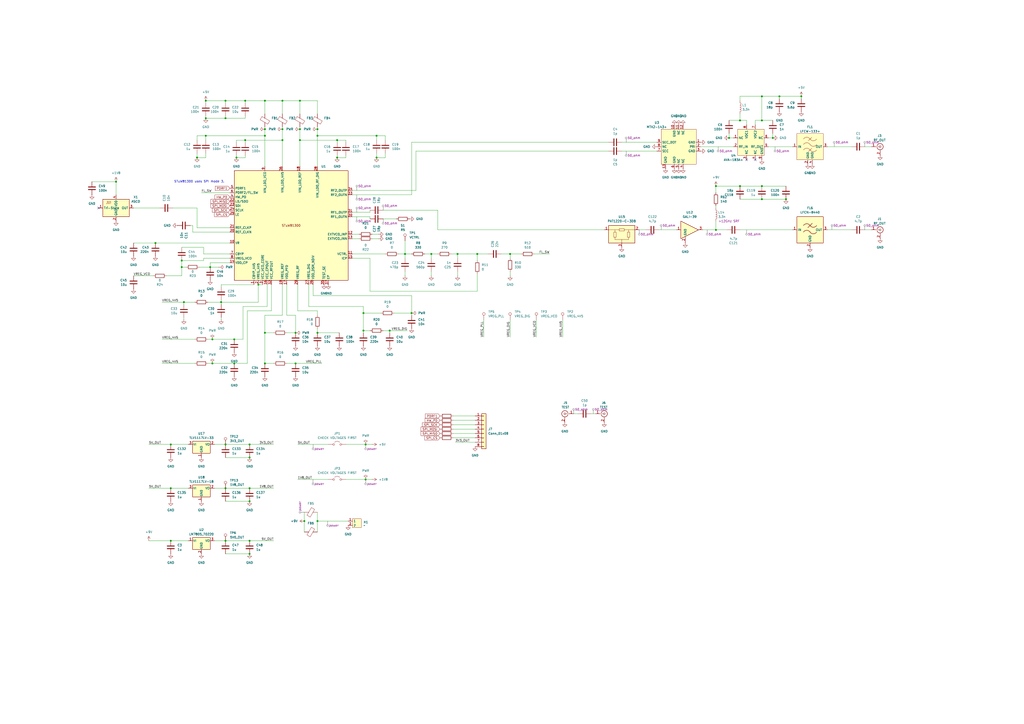
<source format=kicad_sch>
(kicad_sch (version 20250114) (generator "eeschema") (generator_version "9.0")
  (paper "A2")
  (title_block (title "STuW81300 TEST BOARD") (date "2025-06-28") (company "Max Xiang"))
  (text "STuW81300 uses SPI mode 3." (at 115.57 105.41 0) (effects (font (size 1.27 1.27))))
  (junction (at 171.45 210.82))
  (junction (at 153.67 78.74))
  (junction (at 99.06 283.21))
  (junction (at 163.83 58.42))
  (junction (at 153.67 210.82))
  (junction (at 114.3 91.44))
  (junction (at 144.78 290.83))
  (junction (at 250.19 147.32))
  (junction (at 171.45 193.04))
  (junction (at 67.31 105.41))
  (junction (at 173.99 81.28))
  (junction (at 163.83 74.93))
  (junction (at 218.44 91.44))
  (junction (at 265.43 147.32))
  (junction (at 144.78 257.81))
  (junction (at 99.06 313.69))
  (junction (at 226.06 191.77))
  (junction (at 130.81 283.21))
  (junction (at 123.19 210.82))
  (junction (at 137.16 91.44))
  (junction (at 144.78 313.69))
  (junction (at 144.78 283.21))
  (junction (at 163.83 81.28))
  (junction (at 130.81 58.42))
  (junction (at 441.96 115.57))
  (junction (at 184.15 74.93))
  (junction (at 121.92 154.94))
  (junction (at 173.99 58.42))
  (junction (at 99.06 257.81))
  (junction (at 176.53 302.26))
  (junction (at 415.29 133.35))
  (junction (at 212.09 257.81))
  (junction (at 106.68 175.26))
  (junction (at 130.81 257.81))
  (junction (at 429.26 107.95))
  (junction (at 153.67 193.04))
  (junction (at 195.58 91.44))
  (junction (at 144.78 321.31))
  (junction (at 429.26 69.85))
  (junction (at 119.38 78.74))
  (junction (at 212.09 278.13))
  (junction (at 234.95 147.32))
  (junction (at 455.93 115.57))
  (junction (at 218.44 78.74))
  (junction (at 210.82 181.61))
  (junction (at 195.58 81.28))
  (junction (at 128.27 175.26))
  (junction (at 452.12 55.88))
  (junction (at 238.76 181.61))
  (junction (at 135.89 210.82))
  (junction (at 441.96 107.95))
  (junction (at 105.41 151.13))
  (junction (at 123.19 196.85))
  (junction (at 130.81 68.58))
  (junction (at 464.82 55.88))
  (junction (at 184.15 193.04))
  (junction (at 173.99 74.93))
  (junction (at 149.86 165.1))
  (junction (at 119.38 68.58))
  (junction (at 441.96 55.88))
  (junction (at 144.78 265.43))
  (junction (at 210.82 191.77))
  (junction (at 153.67 74.93))
  (junction (at 184.15 302.26))
  (junction (at 130.81 313.69))
  (junction (at 441.96 69.85))
  (junction (at 105.41 154.94))
  (junction (at 90.17 140.97))
  (junction (at 142.24 58.42))
  (junction (at 135.89 196.85))
  (junction (at 184.15 78.74))
  (junction (at 295.91 147.32))
  (junction (at 276.86 147.32))
  (junction (at 119.38 58.42))
  (junction (at 415.29 107.95))
  (junction (at 448.31 80.01))
  (junction (at 142.24 81.28))
  (junction (at 153.67 58.42))
  (junction (at 422.91 80.01))
  (no_connect (at 438.15 92.71))
  (no_connect (at 433.07 92.71))
  (no_connect (at 57.15 120.65))
  (wire (pts (xy 238.76 181.61) (xy 228.6 181.61)))
  (wire (pts (xy 135.89 210.82) (xy 143.51 210.82)))
  (wire (pts (xy 234.95 147.32) (xy 238.76 147.32)))
  (wire (pts (xy 241.3 87.63) (xy 353.06 87.63)))
  (wire (pts (xy 140.97 177.8) (xy 140.97 196.85)))
  (wire (pts (xy 262.89 251.46) (xy 275.59 251.46)))
  (wire (pts (xy 142.24 81.28) (xy 142.24 82.55)))
  (wire (pts (xy 153.67 74.93) (xy 153.67 78.74)))
  (wire (pts (xy 370.84 133.35) (xy 374.65 133.35)))
  (wire (pts (xy 173.99 58.42) (xy 184.15 58.42)))
  (wire (pts (xy 120.65 175.26) (xy 128.27 175.26)))
  (wire (pts (xy 501.65 85.09) (xy 505.46 85.09)))
  (wire (pts (xy 166.37 210.82) (xy 171.45 210.82)))
  (wire (pts (xy 154.94 165.1) (xy 154.94 177.8)))
  (wire (pts (xy 153.67 182.88) (xy 153.67 193.04)))
  (wire (pts (xy 128.27 184.15) (xy 128.27 185.42)))
  (wire (pts (xy 441.96 115.57) (xy 455.93 115.57)))
  (wire (pts (xy 234.95 149.86) (xy 234.95 147.32)))
  (wire (pts (xy 142.24 81.28) (xy 163.83 81.28)))
  (wire (pts (xy 123.19 210.82) (xy 135.89 210.82)))
  (wire (pts (xy 276.86 147.32) (xy 276.86 151.13)))
  (wire (pts (xy 226.06 191.77) (xy 236.22 191.77)))
  (wire (pts (xy 184.15 182.88) (xy 184.15 180.34)))
  (wire (pts (xy 210.82 181.61) (xy 220.98 181.61)))
  (wire (pts (xy 163.83 73.66) (xy 163.83 74.93)))
  (wire (pts (xy 130.81 58.42) (xy 142.24 58.42)))
  (wire (pts (xy 172.72 257.81) (xy 190.5 257.81)))
  (wire (pts (xy 77.47 120.65) (xy 92.71 120.65)))
  (wire (pts (xy 153.67 210.82) (xy 158.75 210.82)))
  (wire (pts (xy 105.41 154.94) (xy 107.95 154.94)))
  (wire (pts (xy 142.24 68.58) (xy 142.24 67.31)))
  (wire (pts (xy 407.67 133.35) (xy 415.29 133.35)))
  (wire (pts (xy 445.77 85.09) (xy 459.74 85.09)))
  (wire (pts (xy 295.91 149.86) (xy 295.91 147.32)))
  (wire (pts (xy 166.37 182.88) (xy 171.45 182.88)))
  (wire (pts (xy 105.41 151.13) (xy 118.11 151.13)))
  (wire (pts (xy 448.31 80.01) (xy 448.31 77.47)))
  (wire (pts (xy 166.37 165.1) (xy 166.37 182.88)))
  (wire (pts (xy 415.29 119.38) (xy 415.29 120.65)))
  (wire (pts (xy 144.78 313.69) (xy 158.75 313.69)))
  (wire (pts (xy 250.19 147.32) (xy 250.19 149.86)))
  (wire (pts (xy 153.67 58.42) (xy 153.67 66.04)))
  (wire (pts (xy 99.06 313.69) (xy 109.22 313.69)))
  (wire (pts (xy 118.11 147.32) (xy 118.11 143.51)))
  (wire (pts (xy 295.91 160.02) (xy 295.91 157.48)))
  (wire (pts (xy 218.44 78.74) (xy 218.44 81.28)))
  (wire (pts (xy 153.67 78.74) (xy 119.38 78.74)))
  (wire (pts (xy 130.81 58.42) (xy 130.81 59.69)))
  (wire (pts (xy 480.06 85.09) (xy 494.03 85.09)))
  (wire (pts (xy 93.98 210.82) (xy 113.03 210.82)))
  (wire (pts (xy 219.71 135.89) (xy 215.9 135.89)))
  (wire (pts (xy 171.45 210.82) (xy 186.69 210.82)))
  (wire (pts (xy 153.67 73.66) (xy 153.67 74.93)))
  (wire (pts (xy 311.15 185.42) (xy 311.15 195.58)))
  (wire (pts (xy 210.82 181.61) (xy 210.82 177.8)))
  (wire (pts (xy 241.3 110.49) (xy 204.47 110.49)))
  (wire (pts (xy 67.31 105.41) (xy 67.31 113.03)))
  (wire (pts (xy 163.83 165.1) (xy 163.83 182.88)))
  (wire (pts (xy 93.98 196.85) (xy 113.03 196.85)))
  (wire (pts (xy 223.52 88.9) (xy 223.52 91.44)))
  (wire (pts (xy 438.15 72.39) (xy 438.15 69.85)))
  (wire (pts (xy 86.36 283.21) (xy 99.06 283.21)))
  (wire (pts (xy 118.11 143.51) (xy 105.41 143.51)))
  (wire (pts (xy 144.78 283.21) (xy 158.75 283.21)))
  (wire (pts (xy 195.58 82.55) (xy 195.58 81.28)))
  (wire (pts (xy 184.15 193.04) (xy 196.85 193.04)))
  (wire (pts (xy 433.07 72.39) (xy 433.07 69.85)))
  (wire (pts (xy 184.15 302.26) (xy 184.15 308.61)))
  (wire (pts (xy 234.95 147.32) (xy 231.14 147.32)))
  (wire (pts (xy 262.89 254) (xy 275.59 254)))
  (wire (pts (xy 415.29 111.76) (xy 415.29 107.95)))
  (wire (pts (xy 441.96 69.85) (xy 448.31 69.85)))
  (wire (pts (xy 143.51 180.34) (xy 143.51 210.82)))
  (wire (pts (xy 77.47 140.97) (xy 90.17 140.97)))
  (wire (pts (xy 128.27 165.1) (xy 128.27 166.37)))
  (wire (pts (xy 149.86 165.1) (xy 149.86 175.26)))
  (wire (pts (xy 429.26 107.95) (xy 441.96 107.95)))
  (wire (pts (xy 295.91 185.42) (xy 295.91 195.58)))
  (wire (pts (xy 254 121.92) (xy 254 133.35)))
  (wire (pts (xy 464.82 55.88) (xy 452.12 55.88)))
  (wire (pts (xy 214.63 168.91) (xy 214.63 149.86)))
  (wire (pts (xy 130.81 265.43) (xy 144.78 265.43)))
  (wire (pts (xy 415.29 133.35) (xy 421.64 133.35)))
  (wire (pts (xy 241.3 87.63) (xy 241.3 110.49)))
  (wire (pts (xy 118.11 149.86) (xy 118.11 151.13)))
  (wire (pts (xy 106.68 184.15) (xy 106.68 185.42)))
  (wire (pts (xy 429.26 69.85) (xy 422.91 69.85)))
  (wire (pts (xy 295.91 147.32) (xy 290.83 147.32)))
  (wire (pts (xy 111.76 134.62) (xy 133.35 134.62)))
  (wire (pts (xy 214.63 125.73) (xy 204.47 125.73)))
  (wire (pts (xy 250.19 147.32) (xy 254 147.32)))
  (wire (pts (xy 265.43 160.02) (xy 265.43 157.48)))
  (wire (pts (xy 176.53 302.26) (xy 176.53 308.61)))
  (wire (pts (xy 119.38 68.58) (xy 130.81 68.58)))
  (wire (pts (xy 415.29 128.27) (xy 415.29 133.35)))
  (wire (pts (xy 130.81 290.83) (xy 144.78 290.83)))
  (wire (pts (xy 429.26 115.57) (xy 441.96 115.57)))
  (wire (pts (xy 429.26 133.35) (xy 459.74 133.35)))
  (wire (pts (xy 464.82 57.15) (xy 464.82 55.88)))
  (wire (pts (xy 163.83 81.28) (xy 163.83 96.52)))
  (wire (pts (xy 229.87 127) (xy 222.25 127)))
  (wire (pts (xy 86.36 313.69) (xy 99.06 313.69)))
  (wire (pts (xy 173.99 74.93) (xy 173.99 81.28)))
  (wire (pts (xy 123.19 196.85) (xy 135.89 196.85)))
  (wire (pts (xy 208.28 138.43) (xy 204.47 138.43)))
  (wire (pts (xy 166.37 193.04) (xy 171.45 193.04)))
  (wire (pts (xy 214.63 121.92) (xy 214.63 123.19)))
  (wire (pts (xy 309.88 147.32) (xy 318.77 147.32)))
  (wire (pts (xy 218.44 78.74) (xy 223.52 78.74)))
  (wire (pts (xy 250.19 160.02) (xy 250.19 157.48)))
  (wire (pts (xy 441.96 107.95) (xy 455.93 107.95)))
  (wire (pts (xy 130.81 321.31) (xy 144.78 321.31)))
  (wire (pts (xy 121.92 152.4) (xy 133.35 152.4)))
  (wire (pts (xy 181.61 171.45) (xy 181.61 165.1)))
  (wire (pts (xy 283.21 147.32) (xy 276.86 147.32)))
  (wire (pts (xy 264.16 256.54) (xy 275.59 256.54)))
  (wire (pts (xy 128.27 173.99) (xy 128.27 175.26)))
  (wire (pts (xy 105.41 154.94) (xy 105.41 160.02)))
  (wire (pts (xy 127 154.94) (xy 121.92 154.94)))
  (wire (pts (xy 144.78 257.81) (xy 158.75 257.81)))
  (wire (pts (xy 119.38 58.42) (xy 130.81 58.42)))
  (wire (pts (xy 295.91 147.32) (xy 302.26 147.32)))
  (wire (pts (xy 115.57 154.94) (xy 121.92 154.94)))
  (wire (pts (xy 106.68 175.26) (xy 113.03 175.26)))
  (wire (pts (xy 234.95 139.7) (xy 234.95 147.32)))
  (wire (pts (xy 142.24 58.42) (xy 142.24 59.69)))
  (wire (pts (xy 360.68 82.55) (xy 381 82.55)))
  (wire (pts (xy 119.38 91.44) (xy 114.3 91.44)))
  (wire (pts (xy 53.34 105.41) (xy 67.31 105.41)))
  (wire (pts (xy 111.76 130.81) (xy 111.76 134.62)))
  (wire (pts (xy 184.15 302.26) (xy 201.93 302.26)))
  (wire (pts (xy 133.35 149.86) (xy 118.11 149.86)))
  (wire (pts (xy 238.76 113.03) (xy 204.47 113.03)))
  (wire (pts (xy 238.76 182.88) (xy 238.76 181.61)))
  (wire (pts (xy 415.29 107.95) (xy 429.26 107.95)))
  (wire (pts (xy 445.77 80.01) (xy 448.31 80.01)))
  (wire (pts (xy 452.12 55.88) (xy 452.12 57.15)))
  (wire (pts (xy 130.81 283.21) (xy 144.78 283.21)))
  (wire (pts (xy 100.33 120.65) (xy 114.3 120.65)))
  (wire (pts (xy 214.63 127) (xy 214.63 125.73)))
  (wire (pts (xy 99.06 283.21) (xy 109.22 283.21)))
  (wire (pts (xy 261.62 147.32) (xy 265.43 147.32)))
  (wire (pts (xy 173.99 58.42) (xy 173.99 66.04)))
  (wire (pts (xy 105.41 160.02) (xy 96.52 160.02)))
  (wire (pts (xy 128.27 175.26) (xy 149.86 175.26)))
  (wire (pts (xy 143.51 180.34) (xy 157.48 180.34)))
  (wire (pts (xy 184.15 297.18) (xy 184.15 302.26)))
  (wire (pts (xy 119.38 59.69) (xy 119.38 58.42)))
  (wire (pts (xy 157.48 165.1) (xy 157.48 180.34)))
  (wire (pts (xy 119.38 67.31) (xy 119.38 68.58)))
  (wire (pts (xy 433.07 69.85) (xy 429.26 69.85)))
  (wire (pts (xy 184.15 58.42) (xy 184.15 66.04)))
  (wire (pts (xy 173.99 73.66) (xy 173.99 74.93)))
  (wire (pts (xy 77.47 160.02) (xy 88.9 160.02)))
  (wire (pts (xy 195.58 90.17) (xy 195.58 91.44)))
  (wire (pts (xy 173.99 81.28) (xy 195.58 81.28)))
  (wire (pts (xy 200.66 81.28) (xy 200.66 82.55)))
  (wire (pts (xy 153.67 193.04) (xy 153.67 210.82)))
  (wire (pts (xy 153.67 58.42) (xy 163.83 58.42)))
  (wire (pts (xy 200.66 90.17) (xy 200.66 91.44)))
  (wire (pts (xy 120.65 196.85) (xy 123.19 196.85)))
  (wire (pts (xy 114.3 78.74) (xy 119.38 78.74)))
  (wire (pts (xy 195.58 81.28) (xy 200.66 81.28)))
  (wire (pts (xy 226.06 193.04) (xy 226.06 191.77)))
  (wire (pts (xy 226.06 191.77) (xy 222.25 191.77)))
  (wire (pts (xy 114.3 81.28) (xy 114.3 78.74)))
  (wire (pts (xy 142.24 90.17) (xy 142.24 91.44)))
  (wire (pts (xy 422.91 80.01) (xy 425.45 80.01)))
  (wire (pts (xy 262.89 248.92) (xy 275.59 248.92)))
  (wire (pts (xy 137.16 90.17) (xy 137.16 91.44)))
  (wire (pts (xy 99.06 257.81) (xy 109.22 257.81)))
  (wire (pts (xy 163.83 58.42) (xy 173.99 58.42)))
  (wire (pts (xy 153.67 78.74) (xy 153.67 96.52)))
  (wire (pts (xy 200.66 91.44) (xy 195.58 91.44)))
  (wire (pts (xy 184.15 180.34) (xy 172.72 180.34)))
  (wire (pts (xy 86.36 257.81) (xy 99.06 257.81)))
  (wire (pts (xy 90.17 140.97) (xy 133.35 140.97)))
  (wire (pts (xy 137.16 82.55) (xy 137.16 81.28)))
  (wire (pts (xy 105.41 151.13) (xy 105.41 154.94)))
  (wire (pts (xy 184.15 78.74) (xy 218.44 78.74)))
  (wire (pts (xy 163.83 182.88) (xy 153.67 182.88)))
  (wire (pts (xy 128.27 175.26) (xy 128.27 176.53)))
  (wire (pts (xy 422.91 77.47) (xy 422.91 80.01)))
  (wire (pts (xy 441.96 55.88) (xy 441.96 69.85)))
  (wire (pts (xy 360.68 87.63) (xy 381 87.63)))
  (wire (pts (xy 238.76 181.61) (xy 238.76 171.45)))
  (wire (pts (xy 276.86 147.32) (xy 265.43 147.32)))
  (wire (pts (xy 106.68 175.26) (xy 106.68 176.53)))
  (wire (pts (xy 212.09 278.13) (xy 215.9 278.13)))
  (wire (pts (xy 223.52 78.74) (xy 223.52 81.28)))
  (wire (pts (xy 142.24 58.42) (xy 153.67 58.42)))
  (wire (pts (xy 342.9 240.03) (xy 345.44 240.03)))
  (wire (pts (xy 110.49 130.81) (xy 111.76 130.81)))
  (wire (pts (xy 238.76 82.55) (xy 238.76 113.03)))
  (wire (pts (xy 121.92 154.94) (xy 121.92 152.4)))
  (wire (pts (xy 406.4 85.09) (xy 425.45 85.09)))
  (wire (pts (xy 114.3 88.9) (xy 114.3 91.44)))
  (wire (pts (xy 119.38 88.9) (xy 119.38 91.44)))
  (wire (pts (xy 200.66 278.13) (xy 212.09 278.13)))
  (wire (pts (xy 429.26 69.85) (xy 429.26 66.04)))
  (wire (pts (xy 210.82 191.77) (xy 214.63 191.77)))
  (wire (pts (xy 480.06 133.35) (xy 494.03 133.35)))
  (wire (pts (xy 114.3 132.08) (xy 133.35 132.08)))
  (wire (pts (xy 234.95 160.02) (xy 234.95 157.48)))
  (wire (pts (xy 382.27 133.35) (xy 392.43 133.35)))
  (wire (pts (xy 441.96 55.88) (xy 452.12 55.88)))
  (wire (pts (xy 114.3 120.65) (xy 114.3 132.08)))
  (wire (pts (xy 353.06 82.55) (xy 238.76 82.55)))
  (wire (pts (xy 173.99 81.28) (xy 173.99 96.52)))
  (wire (pts (xy 246.38 147.32) (xy 250.19 147.32)))
  (wire (pts (xy 130.81 68.58) (xy 142.24 68.58)))
  (wire (pts (xy 176.53 297.18) (xy 176.53 302.26)))
  (wire (pts (xy 147.32 165.1) (xy 128.27 165.1)))
  (wire (pts (xy 218.44 88.9) (xy 218.44 91.44)))
  (wire (pts (xy 116.84 111.76) (xy 133.35 111.76)))
  (wire (pts (xy 172.72 278.13) (xy 190.5 278.13)))
  (wire (pts (xy 276.86 158.75) (xy 276.86 168.91)))
  (wire (pts (xy 149.86 165.1) (xy 152.4 165.1)))
  (wire (pts (xy 142.24 91.44) (xy 137.16 91.44)))
  (wire (pts (xy 262.89 243.84) (xy 275.59 243.84)))
  (wire (pts (xy 124.46 283.21) (xy 130.81 283.21)))
  (wire (pts (xy 137.16 81.28) (xy 142.24 81.28)))
  (wire (pts (xy 120.65 210.82) (xy 123.19 210.82)))
  (wire (pts (xy 210.82 193.04) (xy 210.82 191.77)))
  (wire (pts (xy 204.47 123.19) (xy 214.63 123.19)))
  (wire (pts (xy 184.15 74.93) (xy 184.15 78.74)))
  (wire (pts (xy 171.45 182.88) (xy 171.45 193.04)))
  (wire (pts (xy 262.89 246.38) (xy 275.59 246.38)))
  (wire (pts (xy 153.67 193.04) (xy 158.75 193.04)))
  (wire (pts (xy 438.15 69.85) (xy 441.96 69.85)))
  (wire (pts (xy 184.15 78.74) (xy 184.15 96.52)))
  (wire (pts (xy 212.09 257.81) (xy 215.9 257.81)))
  (wire (pts (xy 140.97 177.8) (xy 154.94 177.8)))
  (wire (pts (xy 262.89 241.3) (xy 275.59 241.3)))
  (wire (pts (xy 130.81 257.81) (xy 144.78 257.81)))
  (wire (pts (xy 172.72 180.34) (xy 172.72 165.1)))
  (wire (pts (xy 210.82 177.8) (xy 179.07 177.8)))
  (wire (pts (xy 238.76 171.45) (xy 181.61 171.45)))
  (wire (pts (xy 214.63 149.86) (xy 204.47 149.86)))
  (wire (pts (xy 179.07 177.8) (xy 179.07 165.1)))
  (wire (pts (xy 130.81 67.31) (xy 130.81 68.58)))
  (wire (pts (xy 130.81 313.69) (xy 144.78 313.69)))
  (wire (pts (xy 124.46 313.69) (xy 130.81 313.69)))
  (wire (pts (xy 326.39 185.42) (xy 326.39 195.58)))
  (wire (pts (xy 184.15 73.66) (xy 184.15 74.93)))
  (wire (pts (xy 184.15 190.5) (xy 184.15 193.04)))
  (wire (pts (xy 265.43 147.32) (xy 265.43 149.86)))
  (wire (pts (xy 223.52 91.44) (xy 218.44 91.44)))
  (wire (pts (xy 119.38 78.74) (xy 119.38 81.28)))
  (wire (pts (xy 254 133.35) (xy 350.52 133.35)))
  (wire (pts (xy 204.47 147.32) (xy 223.52 147.32)))
  (wire (pts (xy 163.83 74.93) (xy 163.83 81.28)))
  (wire (pts (xy 429.26 58.42) (xy 429.26 55.88)))
  (wire (pts (xy 208.28 135.89) (xy 204.47 135.89)))
  (wire (pts (xy 135.89 196.85) (xy 140.97 196.85)))
  (wire (pts (xy 133.35 147.32) (xy 118.11 147.32)))
  (wire (pts (xy 429.26 55.88) (xy 441.96 55.88)))
  (wire (pts (xy 124.46 257.81) (xy 130.81 257.81)))
  (wire (pts (xy 332.74 240.03) (xy 335.28 240.03)))
  (wire (pts (xy 501.65 133.35) (xy 505.46 133.35)))
  (wire (pts (xy 280.67 185.42) (xy 280.67 195.58)))
  (wire (pts (xy 219.71 138.43) (xy 215.9 138.43)))
  (wire (pts (xy 93.98 175.26) (xy 106.68 175.26)))
  (wire (pts (xy 200.66 257.81) (xy 212.09 257.81)))
  (wire (pts (xy 222.25 121.92) (xy 254 121.92)))
  (wire (pts (xy 276.86 168.91) (xy 214.63 168.91)))
  (wire (pts (xy 210.82 191.77) (xy 210.82 181.61)))
  (wire (pts (xy 163.83 58.42) (xy 163.83 66.04)))
  (label "5V_OUT" (at 86.36 257.81 0))
  (label "3V3_OUT" (at 158.75 257.81 180))
  (label "VREG_PLL" (at 280.67 195.58 90))
  (label "5V_OUT" (at 158.75 313.69 180))
  (label "VREG_VCO" (at 311.15 195.58 90))
  (label "1V8_OUT" (at 172.72 278.13 0))
  (label "VREG_PLL" (at 186.69 210.82 180))
  (label "FL_SW" (at 116.84 111.76 0))
  (label "VREG_VCO" (at 77.47 160.02 0))
  (label "1V8_OUT" (at 158.75 283.21 180))
  (label "VREG_DIG" (at 236.22 191.77 180))
  (label "VREG_4V5" (at 93.98 196.85 0))
  (label "VREG_4V5" (at 93.98 210.82 0))
  (label "3V3_OUT" (at 264.16 256.54 0))
  (label "FL_SW" (at 318.77 147.32 180))
  (label "VREG_DIG" (at 295.91 195.58 90))
  (label "5V_OUT" (at 172.72 257.81 0))
  (label "VREG_4V5" (at 326.39 195.58 90))
  (label "VREG_4V5" (at 93.98 175.26 0))
  (label "5V_OUT" (at 86.36 283.21 0))
  (global_label "SPI_CS" (shape input) (at 133.35 124.46 180) (property "Intersheetrefs" "${INTERSHEET_REFS}" (effects (hide yes))))
  (global_label "SPI_SCK" (shape input) (at 255.27 246.38 180) (property "Intersheetrefs" "${INTERSHEET_REFS}" (effects (hide yes))))
  (global_label "SPI_MOSI" (shape input) (at 255.27 248.92 180) (property "Intersheetrefs" "${INTERSHEET_REFS}" (effects (hide yes))))
  (global_label "HW_PD" (shape input) (at 255.27 243.84 180) (property "Intersheetrefs" "${INTERSHEET_REFS}" (effects (hide yes))))
  (global_label "SPI_SCK" (shape input) (at 133.35 121.92 180) (property "Intersheetrefs" "${INTERSHEET_REFS}" (effects (hide yes))))
  (global_label "PDRF1" (shape input) (at 133.35 109.22 180) (property "Intersheetrefs" "${INTERSHEET_REFS}" (effects (hide yes))))
  (global_label "SPI_MOSI" (shape input) (at 133.35 119.38 180) (property "Intersheetrefs" "${INTERSHEET_REFS}" (effects (hide yes))))
  (global_label "SPI_MISO" (shape input) (at 133.35 116.84 180) (property "Intersheetrefs" "${INTERSHEET_REFS}" (effects (hide yes))))
  (global_label "PDRF1" (shape input) (at 255.27 241.3 180) (property "Intersheetrefs" "${INTERSHEET_REFS}" (effects (hide yes))))
  (global_label "SPI_CS" (shape input) (at 255.27 254 180) (property "Intersheetrefs" "${INTERSHEET_REFS}" (effects (hide yes))))
  (global_label "HW_PD" (shape input) (at 133.35 114.3 180) (property "Intersheetrefs" "${INTERSHEET_REFS}" (effects (hide yes))))
  (global_label "SPI_MISO" (shape input) (at 255.27 251.46 180) (property "Intersheetrefs" "${INTERSHEET_REFS}" (effects (hide yes))))
  (netclass_flag "" (length 2.54) (shape round) (at 410.21 133.35 180) (property "Netclass" "50_ohm" (at 410.9085 135.89 0) (effects (font (italic yes)) (justify left))))
  (netclass_flag "" (length 2.54) (shape round) (at 222.25 127 180) (property "Netclass" "50_ohm" (at 222.9485 129.54 0) (effects (font (italic yes)) (justify left))))
  (netclass_flag "" (length 2.54) (shape round) (at 416.56 85.09 180) (property "Netclass" "50_ohm" (at 417.2585 87.63 0) (effects (font (italic yes)) (justify left))))
  (netclass_flag "" (length 2.54) (shape round) (at 332.74 240.03 0) (property "Netclass" "50_ohm" (at 333.4385 237.49 0) (effects (font (italic yes)) (justify left))))
  (netclass_flag "" (length 2.54) (shape round) (at 176.53 297.18 90) (property "Netclass" "power" (at 173.99 296.4815 90) (effects (font (italic yes)) (justify left))))
  (netclass_flag "" (length 2.54) (shape round) (at 181.5658 278.13 180) (property "Netclass" "power" (at 182.2643 280.67 0) (effects (font (italic yes)) (justify left))))
  (netclass_flag "" (length 2.54) (shape round) (at 449.58 85.09 180) (property "Netclass" "50_ohm" (at 450.2785 87.63 0) (effects (font (italic yes)) (justify left))))
  (netclass_flag "" (length 2.54) (shape round) (at 212.09 257.81 180) (property "Netclass" "power" (at 212.7885 260.35 0) (effects (font (italic yes)) (justify left))))
  (netclass_flag "" (length 2.54) (shape round) (at 190.018 302.26 180) (property "Netclass" "power" (at 190.7165 304.8 0) (effects (font (italic yes)) (justify left))))
  (netclass_flag "" (length 2.54) (shape round) (at 433.07 133.35 180) (property "Netclass" "50_ohm" (at 433.7685 135.89 0) (effects (font (italic yes)) (justify left))))
  (netclass_flag "" (length 2.54) (shape round) (at 383.54 133.35 0) (property "Netclass" "50_ohm" (at 384.2385 130.81 0) (effects (font (italic yes)) (justify left))))
  (netclass_flag "" (length 2.54) (shape round) (at 207.01 110.49 0) (property "Netclass" "50_ohm" (at 207.7085 107.95 0) (effects (font (italic yes)) (justify left))))
  (netclass_flag "" (length 2.54) (shape round) (at 207.01 125.73 180) (property "Netclass" "50_ohm" (at 207.7085 128.27 0) (effects (font (italic yes)) (justify left))))
  (netclass_flag "" (length 2.54) (shape round) (at 363.22 82.55 0) (property "Netclass" "50_ohm" (at 363.9185 80.01 0) (effects (font (italic yes)) (justify left))))
  (netclass_flag "" (length 2.54) (shape round) (at 483.87 85.09 0) (property "Netclass" "50_ohm" (at 484.5685 82.55 0) (effects (font (italic yes)) (justify left))))
  (netclass_flag "" (length 2.54) (shape round) (at 501.65 85.09 0) (property "Netclass" "50_ohm" (at 502.3485 82.55 0) (effects (font (italic yes)) (justify left))))
  (netclass_flag "" (length 2.54) (shape round) (at 207.01 113.03 180) (property "Netclass" "50_ohm" (at 207.7085 115.57 0) (effects (font (italic yes)) (justify left))))
  (netclass_flag "" (length 2.54) (shape round) (at 363.22 87.63 180) (property "Netclass" "50_ohm" (at 363.9185 90.17 0) (effects (font (italic yes)) (justify left))))
  (netclass_flag "" (length 2.54) (shape round) (at 344.17 240.03 0) (property "Netclass" "50_ohm" (at 344.8685 237.49 0) (effects (font (italic yes)) (justify left))))
  (netclass_flag "" (length 2.54) (shape round) (at 181.61 257.81 180) (property "Netclass" "power" (at 182.3085 260.35 0) (effects (font (italic yes)) (justify left))))
  (netclass_flag "" (length 2.54) (shape round) (at 482.6 133.35 0) (property "Netclass" "50_ohm" (at 483.2985 130.81 0) (effects (font (italic yes)) (justify left))))
  (netclass_flag "" (length 2.54) (shape round) (at 501.65 133.35 0) (property "Netclass" "50_ohm" (at 502.3485 130.81 0) (effects (font (italic yes)) (justify left))))
  (netclass_flag "" (length 2.54) (shape round) (at 207.01 123.19 0) (property "Netclass" "50_ohm" (at 207.7085 120.65 0) (effects (font (italic yes)) (justify left))))
  (netclass_flag "" (length 2.54) (shape round) (at 212.09 278.13 180) (property "Netclass" "power" (at 212.7885 280.67 0) (effects (font (italic yes)) (justify left))))
  (netclass_flag "" (length 2.54) (shape round) (at 222.25 121.92 0) (property "Netclass" "50_ohm" (at 222.9485 119.38 0) (effects (font (italic yes)) (justify left))))
  (netclass_flag "" (length 2.54) (shape round) (at 370.84 133.35 180) (property "Netclass" "50_ohm" (at 371.5385 135.89 0) (effects (font (italic yes)) (justify left))))
  (symbol (lib_id "Connector:Conn_Coaxial") (at 350.52 240.03 0) (unit 1)
    (property "Reference" "J6" (at 350.2026 233.68 0))
    (property "Value" "TEST" (at 350.2026 236.22 0))
    (property "Footprint" "0thaumati-footprintslib:RF2-04A-T-00-50-G" (effects (hide yes)))
    (property "Description" "coaxial connector (BNC, SMA, SMB, SMC, Cinch/RCA, LEMO, ...)" (effects (hide yes)))
  )
  (symbol (lib_id "Device:C") (at 119.38 85.09 0) (unit 1)
    (property "Reference" "C13" (at 123.19 83.8199 0) (effects (justify left)))
    (property "Value" "100n" (at 123.19 86.3599 0) (effects (justify left)))
    (property "Footprint" "Capacitor_SMD:C_0402_1005Metric_Pad0.74x0.62mm_HandSolder" (effects (hide yes)))
    (property "Description" "Unpolarized capacitor" (effects (hide yes)))
  )
  (symbol (lib_id "power:+9V") (at 176.53 302.26 90) (unit 1)
    (property "Reference" "#PWR068" (effects (hide yes)))
    (property "Value" "+9V" (at 172.72 302.2599 90) (effects (justify left)))
    (property "Description" "Power symbol creates a global label with name \"+9V\"" (effects (hide yes)))
  )
  (symbol (lib_id "power:GND") (at 144.78 290.83 0) (unit 1)
    (property "Reference" "#PWR0173" (effects (hide yes)))
    (property "Value" "GND" (at 144.78 295.91 0))
    (property "Description" "Power symbol creates a global label with name \"GND\" , ground" (effects (hide yes)))
  )
  (symbol (lib_id "Device:C") (at 106.68 130.81 270) (unit 1)
    (property "Reference" "C11" (at 107.9501 134.62 0) (effects (justify left)))
    (property "Value" "10n" (at 105.4101 134.62 0) (effects (justify left)))
    (property "Footprint" "Capacitor_SMD:C_0402_1005Metric_Pad0.74x0.62mm_HandSolder" (effects (hide yes)))
    (property "Description" "Unpolarized capacitor" (effects (hide yes)))
  )
  (symbol (lib_id "Device:C") (at 130.81 261.62 0) (unit 1)
    (property "Reference" "C133" (at 134.62 260.3499 0) (effects (justify left)))
    (property "Value" "1u" (at 134.62 262.8899 0) (effects (justify left)))
    (property "Footprint" "Capacitor_SMD:C_0402_1005Metric_Pad0.74x0.62mm_HandSolder" (effects (hide yes)))
    (property "Description" "Unpolarized capacitor" (effects (hide yes)))
  )
  (symbol (lib_id "Device:C") (at 135.89 200.66 0) (mirror y) (unit 1)
    (property "Reference" "C31" (at 132.08 199.3899 0) (effects (justify left)))
    (property "Value" "220n" (at 132.08 201.9299 0) (effects (justify left)))
    (property "Footprint" "Capacitor_SMD:C_0402_1005Metric_Pad0.74x0.62mm_HandSolder" (effects (hide yes)))
    (property "Description" "Unpolarized capacitor" (effects (hide yes)))
  )
  (symbol (lib_id "power:PWR_FLAG") (at 171.45 193.04 270) (unit 1)
    (property "Reference" "#FLG015" (effects (hide yes)))
    (property "Value" "PWR" (at 175.26 193.0399 90) (effects (justify left)))
    (property "Description" "Special symbol for telling ERC where power comes from" (effects (hide yes)))
  )
  (symbol (lib_id "Device:C") (at 137.16 86.36 0) (mirror y) (unit 1)
    (property "Reference" "C14" (at 133.35 85.0899 0) (effects (justify left)))
    (property "Value" "1u" (at 133.35 87.6299 0) (effects (justify left)))
    (property "Footprint" "Capacitor_SMD:C_0402_1005Metric_Pad0.74x0.62mm_HandSolder" (effects (hide yes)))
    (property "Description" "Unpolarized capacitor" (effects (hide yes)))
  )
  (symbol (lib_id "power:PWR_FLAG") (at 127 154.94 270) (unit 1)
    (property "Reference" "#FLG023" (effects (hide yes)))
    (property "Value" "PWR" (at 130.81 154.9399 90) (effects (justify left)))
    (property "Description" "Special symbol for telling ERC where power comes from" (effects (hide yes)))
  )
  (symbol (lib_id "power:GND") (at 53.34 113.03 0) (unit 1)
    (property "Reference" "#PWR0101" (effects (hide yes)))
    (property "Value" "GND" (at 53.34 118.11 0))
    (property "Description" "Power symbol creates a global label with name \"GND\" , ground" (effects (hide yes)))
  )
  (symbol (lib_id "Regulator_Linear:TLV1117-33") (at 116.84 257.81 0) (unit 1)
    (property "Reference" "U17" (at 116.84 251.46 0))
    (property "Value" "TLV1117LV-33" (at 116.84 254 0))
    (property "Footprint" "Package_TO_SOT_SMD:SOT-223-3_TabPin2" (effects (hide yes)))
    (property "Datasheet" "http://www.ti.com/lit/ds/symlink/tlv1117.pdf" (effects (hide yes)))
    (property "Description" "800mA Low-Dropout Linear Regulator, 3.3V fixed output, TO-220/TO-252/TO-263/SOT-223" (effects (hide yes)))
  )
  (symbol (lib_id "Device:C") (at 250.19 153.67 0) (mirror y) (unit 1)
    (property "Reference" "C24" (at 246.38 152.3999 0) (effects (justify left)))
    (property "Value" "560p" (at 246.38 154.9399 0) (effects (justify left)))
    (property "Footprint" "Capacitor_SMD:C_0402_1005Metric_Pad0.74x0.62mm_HandSolder" (effects (hide yes)))
    (property "Description" "Unpolarized capacitor" (effects (hide yes)))
  )
  (symbol (lib_id "power:GND") (at 128.27 185.42 0) (mirror y) (unit 1)
    (property "Reference" "#PWR044" (effects (hide yes)))
    (property "Value" "GND" (at 128.27 190.5 0))
    (property "Description" "Power symbol creates a global label with name \"GND\" , ground" (effects (hide yes)))
  )
  (symbol (lib_id "Connector:TestPoint") (at 130.81 283.21 0) (unit 1)
    (property "Reference" "TP13" (at 133.35 278.6379 0) (effects (justify left)))
    (property "Value" "1V8_OUT" (at 133.35 281.1779 0) (effects (justify left)))
    (property "Footprint" "TestPoint:TestPoint_Pad_D1.0mm" (effects (hide yes)))
    (property "Description" "test point" (effects (hide yes)))
  )
  (symbol (lib_id "Device:R") (at 295.91 153.67 180) (unit 1)
    (property "Reference" "R10" (at 298.45 152.3999 0) (effects (justify right)))
    (property "Value" "330" (at 298.45 154.9399 0) (effects (justify right)))
    (property "Footprint" "Resistor_SMD:R_0402_1005Metric_Pad0.72x0.64mm_HandSolder" (effects (hide yes)))
    (property "Description" "Resistor" (effects (hide yes)))
  )
  (symbol (lib_id "Device:C") (at 218.44 127 90) (mirror x) (unit 1)
    (property "Reference" "C27" (at 217.1699 130.81 0) (effects (justify left)))
    (property "Value" "18p" (at 219.7099 130.81 0) (effects (justify left)))
    (property "Footprint" "Capacitor_SMD:C_0402_1005Metric_Pad0.74x0.62mm_HandSolder" (effects (hide yes)))
    (property "Description" "Unpolarized capacitor" (effects (hide yes)))
  )
  (symbol (lib_id "Device:C") (at 130.81 63.5 0) (mirror y) (unit 1)
    (property "Reference" "C20" (at 127 62.2299 0) (effects (justify left)))
    (property "Value" "100n" (at 127 64.7699 0) (effects (justify left)))
    (property "Footprint" "Capacitor_SMD:C_0402_1005Metric_Pad0.74x0.62mm_HandSolder" (effects (hide yes)))
    (property "Description" "Unpolarized capacitor" (effects (hide yes)))
  )
  (symbol (lib_id "Device:R") (at 306.07 147.32 270) (unit 1)
    (property "Reference" "R12" (at 306.07 140.97 90))
    (property "Value" "510" (at 306.07 143.51 90))
    (property "Footprint" "Resistor_SMD:R_0402_1005Metric_Pad0.72x0.64mm_HandSolder" (effects (hide yes)))
    (property "Description" "Resistor" (effects (hide yes)))
  )
  (symbol (lib_id "Connector:TestPoint") (at 295.91 185.42 0) (unit 1)
    (property "Reference" "TP4" (at 298.45 180.8479 0) (effects (justify left)))
    (property "Value" "VREG_DIG" (at 298.45 183.3879 0) (effects (justify left)))
    (property "Footprint" "TestPoint:TestPoint_Pad_D1.0mm" (effects (hide yes)))
    (property "Description" "test point" (effects (hide yes)))
  )
  (symbol (lib_id "power:GND") (at 99.06 321.31 0) (unit 1)
    (property "Reference" "#PWR03" (effects (hide yes)))
    (property "Value" "GND" (at 99.06 326.39 0))
    (property "Description" "Power symbol creates a global label with name \"GND\" , ground" (effects (hide yes)))
  )
  (symbol (lib_id "0thaumatichthyslib:LTCC-filter-BP") (at 469.9 85.09 0) (unit 1)
    (property "Reference" "FL1" (at 469.9 73.66 0))
    (property "Value" "LFCW-133+" (at 469.9 76.2 0))
    (property "Footprint" "0thaumati-footprintslib:JC0603C-1" (effects (hide yes)))
  )
  (symbol (lib_id "Device:FerriteBead") (at 184.15 69.85 0) (unit 1)
    (property "Reference" "FB4" (at 187.96 68.5291 0) (effects (justify left)))
    (property "Value" "MPZ1608S221ATA00" (effects (hide yes)))
    (property "Footprint" "Inductor_SMD:L_0603_1608Metric_Pad1.05x0.95mm_HandSolder" (effects (hide yes)))
    (property "Description" "Ferrite bead" (effects (hide yes)))
  )
  (symbol (lib_id "Device:C") (at 497.84 133.35 270) (unit 1)
    (property "Reference" "C2" (at 497.84 125.73 90))
    (property "Value" "4.7p" (at 497.84 128.27 90))
    (property "Footprint" "Capacitor_SMD:C_0402_1005Metric_Pad0.74x0.62mm_HandSolder" (effects (hide yes)))
    (property "Description" "Unpolarized capacitor" (effects (hide yes)))
  )
  (symbol (lib_id "power:+1V8") (at 215.9 278.13 270) (unit 1)
    (property "Reference" "#PWR0176" (effects (hide yes)))
    (property "Value" "+1V8" (at 219.71 278.1299 90) (effects (justify left)))
    (property "Description" "Power symbol creates a global label with name \"+1V8\"" (effects (hide yes)))
  )
  (symbol (lib_id "Device:R") (at 162.56 210.82 90) (unit 1)
    (property "Reference" "R16" (at 162.56 204.47 90))
    (property "Value" "0" (at 162.56 207.01 90))
    (property "Footprint" "Resistor_SMD:R_0402_1005Metric_Pad0.72x0.64mm_HandSolder" (effects (hide yes)))
    (property "Description" "Resistor" (effects (hide yes)))
  )
  (symbol (lib_id "Device:C") (at 99.06 261.62 0) (unit 1)
    (property "Reference" "C132" (at 102.87 260.3499 0) (effects (justify left)))
    (property "Value" "1u" (at 102.87 262.8899 0) (effects (justify left)))
    (property "Footprint" "Capacitor_SMD:C_0402_1005Metric_Pad0.74x0.62mm_HandSolder" (effects (hide yes)))
    (property "Description" "Unpolarized capacitor" (effects (hide yes)))
  )
  (symbol (lib_id "power:PWR_FLAG") (at 184.15 74.93 90) (unit 1)
    (property "Reference" "#FLG08" (effects (hide yes)))
    (property "Value" "PWR" (at 180.34 74.9299 90) (effects (justify left)))
    (property "Description" "Special symbol for telling ERC where power comes from" (effects (hide yes)))
  )
  (symbol (lib_id "power:GND") (at 106.68 185.42 0) (mirror y) (unit 1)
    (property "Reference" "#PWR046" (effects (hide yes)))
    (property "Value" "GND" (at 106.68 190.5 0))
    (property "Description" "Power symbol creates a global label with name \"GND\" , ground" (effects (hide yes)))
  )
  (symbol (lib_id "Device:C") (at 77.47 144.78 0) (mirror y) (unit 1)
    (property "Reference" "C42" (at 73.66 143.5099 0) (effects (justify left)))
    (property "Value" "10u" (at 73.66 146.0499 0) (effects (justify left)))
    (property "Footprint" "Capacitor_SMD:C_0603_1608Metric_Pad1.08x0.95mm_HandSolder" (effects (hide yes)))
    (property "Description" "Unpolarized capacitor" (effects (hide yes)))
  )
  (symbol (lib_id "RF_Amplifier:GALI-39") (at 400.05 133.35 0) (unit 1)
    (property "Reference" "U12" (at 400.05 123.19 0))
    (property "Value" "GALI-39" (at 400.05 125.73 0))
    (property "Footprint" "Package_TO_SOT_SMD:SOT-89-3" (effects (hide yes)))
    (property "Datasheet" "https://www.minicircuits.com/pdfs/GALI-39+.pdf" (effects (hide yes)))
    (property "Description" "DC-7000MHz +19.7dB Low Noise Amplifier, SOT-89" (effects (hide yes)))
  )
  (symbol (lib_id "Connector:TestPoint") (at 130.81 313.69 0) (unit 1)
    (property "Reference" "TP6" (at 133.35 309.1179 0) (effects (justify left)))
    (property "Value" "5V0_OUT" (at 133.35 311.6579 0) (effects (justify left)))
    (property "Footprint" "TestPoint:TestPoint_Pad_D1.0mm" (effects (hide yes)))
    (property "Description" "test point" (effects (hide yes)))
  )
  (symbol (lib_id "Connector:Conn_Coaxial") (at 327.66 240.03 0) (mirror y) (unit 1)
    (property "Reference" "J5" (at 327.9774 233.68 0))
    (property "Value" "TEST" (at 327.9774 236.22 0))
    (property "Footprint" "0thaumati-footprintslib:RF2-04A-T-00-50-G" (effects (hide yes)))
    (property "Description" "coaxial connector (BNC, SMA, SMB, SMC, Cinch/RCA, LEMO, ...)" (effects (hide yes)))
  )
  (symbol (lib_id "Device:C") (at 234.95 153.67 0) (mirror y) (unit 1)
    (property "Reference" "C23" (at 231.14 152.3999 0) (effects (justify left)))
    (property "Value" "470p" (at 231.14 154.9399 0) (effects (justify left)))
    (property "Footprint" "Capacitor_SMD:C_0402_1005Metric_Pad0.74x0.62mm_HandSolder" (effects (hide yes)))
    (property "Description" "Unpolarized capacitor" (effects (hide yes)))
  )
  (symbol (lib_id "Device:R") (at 259.08 254 270) (unit 1)
    (property "Reference" "R4" (effects (hide yes)))
    (property "Value" "510" (effects (hide yes)))
    (property "Footprint" "Resistor_SMD:R_0402_1005Metric_Pad0.72x0.64mm_HandSolder" (effects (hide yes)))
    (property "Description" "Resistor" (effects (hide yes)))
  )
  (symbol (lib_id "Device:C") (at 238.76 186.69 0) (unit 1)
    (property "Reference" "C41" (at 242.57 185.4199 0) (effects (justify left)))
    (property "Value" "10n" (at 242.57 187.9599 0) (effects (justify left)))
    (property "Footprint" "Capacitor_SMD:C_0402_1005Metric_Pad0.74x0.62mm_HandSolder" (effects (hide yes)))
    (property "Description" "Unpolarized capacitor" (effects (hide yes)))
  )
  (symbol (lib_id "Device:C") (at 339.09 240.03 90) (unit 1)
    (property "Reference" "C50" (at 339.09 232.41 90))
    (property "Value" "1p" (at 339.09 234.95 90))
    (property "Footprint" "Capacitor_SMD:C_0402_1005Metric_Pad0.74x0.62mm_HandSolder" (effects (hide yes)))
    (property "Description" "Unpolarized capacitor" (effects (hide yes)))
  )
  (symbol (lib_id "Device:R") (at 257.81 147.32 90) (unit 1)
    (property "Reference" "R9" (at 257.81 140.97 90))
    (property "Value" "270" (at 257.81 143.51 90))
    (property "Footprint" "Resistor_SMD:R_0402_1005Metric_Pad0.72x0.64mm_HandSolder" (effects (hide yes)))
    (property "Description" "Resistor" (effects (hide yes)))
  )
  (symbol (lib_id "power:GND") (at 393.7 72.39 0) (mirror x) (unit 1)
    (property "Reference" "#PWR019" (effects (hide yes)))
    (property "Value" "GND" (at 393.7 67.31 0))
    (property "Description" "Power symbol creates a global label with name \"GND\" , ground" (effects (hide yes)))
  )
  (symbol (lib_id "power:GND") (at 99.06 265.43 0) (unit 1)
    (property "Reference" "#PWR0169" (effects (hide yes)))
    (property "Value" "GND" (at 99.06 270.51 0))
    (property "Description" "Power symbol creates a global label with name \"GND\" , ground" (effects (hide yes)))
  )
  (symbol (lib_id "power:GND") (at 327.66 245.11 0) (unit 1)
    (property "Reference" "#PWR071" (effects (hide yes)))
    (property "Value" "GND" (at 327.66 250.19 0))
    (property "Description" "Power symbol creates a global label with name \"GND\" , ground" (effects (hide yes)))
  )
  (symbol (lib_id "power:GND") (at 135.89 204.47 0) (mirror y) (unit 1)
    (property "Reference" "#PWR045" (effects (hide yes)))
    (property "Value" "GND" (at 135.89 209.55 0))
    (property "Description" "Power symbol creates a global label with name \"GND\" , ground" (effects (hide yes)))
  )
  (symbol (lib_id "power:GND") (at 441.96 92.71 0) (mirror y) (unit 1)
    (property "Reference" "#PWR016" (effects (hide yes)))
    (property "Value" "GND" (at 441.96 97.79 0))
    (property "Description" "Power symbol creates a global label with name \"GND\" , ground" (effects (hide yes)))
  )
  (symbol (lib_id "power:+9V") (at 86.36 313.69 0) (unit 1)
    (property "Reference" "#PWR05" (effects (hide yes)))
    (property "Value" "+9V" (at 86.36 308.61 0))
    (property "Description" "Power symbol creates a global label with name \"+9V\"" (effects (hide yes)))
  )
  (symbol (lib_id "Device:C") (at 184.15 196.85 0) (unit 1)
    (property "Reference" "C37" (at 187.96 195.5799 0) (effects (justify left)))
    (property "Value" "10u" (at 187.96 198.1199 0) (effects (justify left)))
    (property "Footprint" "Capacitor_SMD:C_0603_1608Metric_Pad1.08x0.95mm_HandSolder" (effects (hide yes)))
    (property "Description" "Unpolarized capacitor" (effects (hide yes)))
  )
  (symbol (lib_id "power:PWR_FLAG") (at 212.09 257.81 0) (unit 1)
    (property "Reference" "#FLG02" (effects (hide yes)))
    (property "Value" "PWR" (at 212.09 252.73 0))
    (property "Description" "Special symbol for telling ERC where power comes from" (effects (hide yes)))
  )
  (symbol (lib_id "power:PWR_FLAG") (at 163.83 74.93 90) (unit 1)
    (property "Reference" "#FLG06" (effects (hide yes)))
    (property "Value" "PWR" (at 160.02 74.9299 90) (effects (justify left)))
    (property "Description" "Special symbol for telling ERC where power comes from" (effects (hide yes)))
  )
  (symbol (lib_id "power:+1V8") (at 67.31 105.41 0) (unit 1)
    (property "Reference" "#PWR07" (effects (hide yes)))
    (property "Value" "+1V8" (at 67.31 100.33 0))
    (property "Description" "Power symbol creates a global label with name \"+1V8\"" (effects (hide yes)))
  )
  (symbol (lib_id "Device:C") (at 144.78 287.02 0) (unit 1)
    (property "Reference" "C137" (at 148.59 285.7499 0) (effects (justify left)))
    (property "Value" "1u" (at 148.59 288.2899 0) (effects (justify left)))
    (property "Footprint" "Capacitor_SMD:C_0402_1005Metric_Pad0.74x0.62mm_HandSolder" (effects (hide yes)))
    (property "Description" "Unpolarized capacitor" (effects (hide yes)))
  )
  (symbol (lib_id "Device:R") (at 184.15 186.69 0) (mirror x) (unit 1)
    (property "Reference" "R18" (at 181.61 185.4199 0) (effects (justify right)))
    (property "Value" "0" (at 181.61 187.9599 0) (effects (justify right)))
    (property "Footprint" "Resistor_SMD:R_0402_1005Metric_Pad0.72x0.64mm_HandSolder" (effects (hide yes)))
    (property "Description" "Resistor" (effects (hide yes)))
  )
  (symbol (lib_id "power:GND") (at 144.78 321.31 0) (unit 1)
    (property "Reference" "#PWR06" (effects (hide yes)))
    (property "Value" "GND" (at 144.78 326.39 0))
    (property "Description" "Power symbol creates a global label with name \"GND\" , ground" (effects (hide yes)))
  )
  (symbol (lib_id "power:GND") (at 201.93 304.8 0) (unit 1)
    (property "Reference" "#PWR067" (effects (hide yes)))
    (property "Value" "GND" (at 201.93 309.88 0))
    (property "Description" "Power symbol creates a global label with name \"GND\" , ground" (effects (hide yes)))
  )
  (symbol (lib_id "Device:C") (at 223.52 85.09 0) (unit 1)
    (property "Reference" "C19" (at 227.33 83.8199 0) (effects (justify left)))
    (property "Value" "100n" (at 227.33 86.3599 0) (effects (justify left)))
    (property "Footprint" "Capacitor_SMD:C_0402_1005Metric_Pad0.74x0.62mm_HandSolder" (effects (hide yes)))
    (property "Description" "Unpolarized capacitor" (effects (hide yes)))
  )
  (symbol (lib_id "Device:R") (at 218.44 191.77 90) (unit 1)
    (property "Reference" "R20" (at 218.44 185.42 90))
    (property "Value" "0" (at 218.44 187.96 90))
    (property "Footprint" "Resistor_SMD:R_0402_1005Metric_Pad0.72x0.64mm_HandSolder" (effects (hide yes)))
    (property "Description" "Resistor" (effects (hide yes)))
  )
  (symbol (lib_id "power:GND") (at 210.82 200.66 0) (mirror y) (unit 1)
    (property "Reference" "#PWR053" (effects (hide yes)))
    (property "Value" "GND" (at 210.82 205.74 0))
    (property "Description" "Power symbol creates a global label with name \"GND\" , ground" (effects (hide yes)))
  )
  (symbol (lib_id "power:GND") (at 171.45 200.66 0) (mirror y) (unit 1)
    (property "Reference" "#PWR050" (effects (hide yes)))
    (property "Value" "GND" (at 171.45 205.74 0))
    (property "Description" "Power symbol creates a global label with name \"GND\" , ground" (effects (hide yes)))
  )
  (symbol (lib_id "Device:C") (at 153.67 214.63 0) (mirror y) (unit 1)
    (property "Reference" "C34" (at 149.86 213.3599 0) (effects (justify left)))
    (property "Value" "220n" (at 149.86 215.8999 0) (effects (justify left)))
    (property "Footprint" "Capacitor_SMD:C_0402_1005Metric_Pad0.74x0.62mm_HandSolder" (effects (hide yes)))
    (property "Description" "Unpolarized capacitor" (effects (hide yes)))
  )
  (symbol (lib_id "Connector:TestPoint") (at 234.95 139.7 0) (unit 1)
    (property "Reference" "TP1" (at 237.49 135.1279 0) (effects (justify left)))
    (property "Value" "VCTRL" (at 237.49 137.6679 0) (effects (justify left)))
    (property "Footprint" "TestPoint:TestPoint_Pad_D1.0mm" (effects (hide yes)))
    (property "Description" "test point" (effects (hide yes)))
  )
  (symbol (lib_id "power:PWR_FLAG") (at 173.99 74.93 90) (unit 1)
    (property "Reference" "#FLG07" (effects (hide yes)))
    (property "Value" "PWR" (at 170.18 74.9299 90) (effects (justify left)))
    (property "Description" "Special symbol for telling ERC where power comes from" (effects (hide yes)))
  )
  (symbol (lib_id "Device:L") (at 415.29 124.46 0) (unit 1)
    (property "Reference" "L14" (at 416.56 123.1899 0) (effects (justify left)))
    (property "Value" "3.3n" (at 416.56 125.7299 0) (effects (justify left)))
    (property "Footprint" "Inductor_SMD:L_0402_1005Metric_Pad0.77x0.64mm_HandSolder" (effects (hide yes)))
    (property "Description" ">12GHz SRF" (at 422.91 128.27 0))
  )
  (symbol (lib_id "Device:R") (at 259.08 251.46 270) (unit 1)
    (property "Reference" "R3" (effects (hide yes)))
    (property "Value" "510" (effects (hide yes)))
    (property "Footprint" "Resistor_SMD:R_0402_1005Metric_Pad0.72x0.64mm_HandSolder" (effects (hide yes)))
    (property "Description" "Resistor" (effects (hide yes)))
  )
  (symbol (lib_id "power:GND") (at 393.7 97.79 0) (mirror y) (unit 1)
    (property "Reference" "#PWR017" (effects (hide yes)))
    (property "Value" "GND" (at 393.7 102.87 0))
    (property "Description" "Power symbol creates a global label with name \"GND\" , ground" (effects (hide yes)))
  )
  (symbol (lib_id "Device:C") (at 105.41 147.32 180) (unit 1)
    (property "Reference" "C44" (at 109.22 146.0499 0) (effects (justify right)))
    (property "Value" "100n" (at 109.22 148.5899 0) (effects (justify right)))
    (property "Footprint" "Capacitor_SMD:C_0402_1005Metric_Pad0.74x0.62mm_HandSolder" (effects (hide yes)))
    (property "Description" "Unpolarized capacitor" (effects (hide yes)))
  )
  (symbol (lib_id "power:GND") (at 144.78 265.43 0) (unit 1)
    (property "Reference" "#PWR0171" (effects (hide yes)))
    (property "Value" "GND" (at 144.78 270.51 0))
    (property "Description" "Power symbol creates a global label with name \"GND\" , ground" (effects (hide yes)))
  )
  (symbol (lib_id "Device:C") (at 99.06 287.02 0) (unit 1)
    (property "Reference" "C135" (at 102.87 285.7499 0) (effects (justify left)))
    (property "Value" "1u" (at 102.87 288.2899 0) (effects (justify left)))
    (property "Footprint" "Capacitor_SMD:C_0402_1005Metric_Pad0.74x0.62mm_HandSolder" (effects (hide yes)))
    (property "Description" "Unpolarized capacitor" (effects (hide yes)))
  )
  (symbol (lib_id "power:GND") (at 195.58 91.44 0) (mirror y) (unit 1)
    (property "Reference" "#PWR031" (effects (hide yes)))
    (property "Value" "GND" (at 195.58 96.52 0))
    (property "Description" "Power symbol creates a global label with name \"GND\" , ground" (effects (hide yes)))
  )
  (symbol (lib_id "Device:C") (at 171.45 196.85 0) (unit 1)
    (property "Reference" "C36" (at 175.26 195.5799 0) (effects (justify left)))
    (property "Value" "10n" (at 175.26 198.1199 0) (effects (justify left)))
    (property "Footprint" "Capacitor_SMD:C_0402_1005Metric_Pad0.74x0.62mm_HandSolder" (effects (hide yes)))
    (property "Description" "Unpolarized capacitor" (effects (hide yes)))
  )
  (symbol (lib_id "Device:C") (at 210.82 196.85 0) (unit 1)
    (property "Reference" "C39" (at 214.63 195.5799 0) (effects (justify left)))
    (property "Value" "220n" (at 214.63 198.1199 0) (effects (justify left)))
    (property "Footprint" "Capacitor_SMD:C_0402_1005Metric_Pad0.74x0.62mm_HandSolder" (effects (hide yes)))
    (property "Description" "Unpolarized capacitor" (effects (hide yes)))
  )
  (symbol (lib_id "power:PWR_FLAG") (at 238.76 181.61 270) (unit 1)
    (property "Reference" "#FLG014" (effects (hide yes)))
    (property "Value" "PWR" (at 242.57 181.6099 90) (effects (justify left)))
    (property "Description" "Special symbol for telling ERC where power comes from" (effects (hide yes)))
  )
  (symbol (lib_id "power:GND") (at 119.38 68.58 0) (mirror y) (unit 1)
    (property "Reference" "#PWR033" (effects (hide yes)))
    (property "Value" "GND" (at 119.38 73.66 0))
    (property "Description" "Power symbol creates a global label with name \"GND\" , ground" (effects (hide yes)))
  )
  (symbol (lib_id "power:GND") (at 171.45 218.44 0) (mirror y) (unit 1)
    (property "Reference" "#PWR049" (effects (hide yes)))
    (property "Value" "GND" (at 171.45 223.52 0))
    (property "Description" "Power symbol creates a global label with name \"GND\" , ground" (effects (hide yes)))
  )
  (symbol (lib_id "Device:C") (at 196.85 196.85 0) (unit 1)
    (property "Reference" "C38" (at 200.66 195.5799 0) (effects (justify left)))
    (property "Value" "100n" (at 200.66 198.1199 0) (effects (justify left)))
    (property "Footprint" "Capacitor_SMD:C_0402_1005Metric_Pad0.74x0.62mm_HandSolder" (effects (hide yes)))
    (property "Description" "Unpolarized capacitor" (effects (hide yes)))
  )
  (symbol (lib_id "Connector:TestPoint") (at 326.39 185.42 0) (unit 1)
    (property "Reference" "TP2" (at 328.93 180.8479 0) (effects (justify left)))
    (property "Value" "VREG_4V5" (at 328.93 183.3879 0) (effects (justify left)))
    (property "Footprint" "TestPoint:TestPoint_Pad_D1.0mm" (effects (hide yes)))
    (property "Description" "test point" (effects (hide yes)))
  )
  (symbol (lib_id "power:PWR_FLAG") (at 123.19 196.85 0) (unit 1)
    (property "Reference" "#FLG016" (effects (hide yes)))
    (property "Value" "PWR" (at 123.19 191.77 0))
    (property "Description" "Special symbol for telling ERC where power comes from" (effects (hide yes)))
  )
  (symbol (lib_id "RF_Filter:LFCN-8440") (at 469.9 133.35 0) (unit 1)
    (property "Reference" "FL6" (at 469.9 120.65 0))
    (property "Value" "LFCN-8440" (at 469.9 123.19 0))
    (property "Footprint" "Filter:Filter_Mini-Circuits_FV1206-4" (effects (hide yes)))
    (property "Datasheet" "https://www.minicircuits.com/pdfs/LFCN-8440+.pdf" (effects (hide yes)))
    (property "Description" "8440MHz 50 Ohm Passive Low Pass Filter, FV1206-4" (effects (hide yes)))
  )
  (symbol (lib_id "power:GND") (at 90.17 148.59 0) (mirror y) (unit 1)
    (property "Reference" "#PWR057" (effects (hide yes)))
    (property "Value" "GND" (at 90.17 153.67 0))
    (property "Description" "Power symbol creates a global label with name \"GND\" , ground" (effects (hide yes)))
  )
  (symbol (lib_id "Device:C") (at 130.81 287.02 0) (unit 1)
    (property "Reference" "C136" (at 134.62 285.7499 0) (effects (justify left)))
    (property "Value" "1u" (at 134.62 288.2899 0) (effects (justify left)))
    (property "Footprint" "Capacitor_SMD:C_0402_1005Metric_Pad0.74x0.62mm_HandSolder" (effects (hide yes)))
    (property "Description" "Unpolarized capacitor" (effects (hide yes)))
  )
  (symbol (lib_id "power:GND") (at 265.43 160.02 0) (mirror y) (unit 1)
    (property "Reference" "#PWR042" (effects (hide yes)))
    (property "Value" "GND" (at 265.43 165.1 0))
    (property "Description" "Power symbol creates a global label with name \"GND\" , ground" (effects (hide yes)))
  )
  (symbol (lib_id "power:GND") (at 187.96 165.1 0) (mirror y) (unit 1)
    (property "Reference" "#PWR056" (effects (hide yes)))
    (property "Value" "GND" (at 187.96 170.18 0))
    (property "Description" "Power symbol creates a global label with name \"GND\" , ground" (effects (hide yes)))
  )
  (symbol (lib_id "Device:C") (at 142.24 86.36 0) (unit 1)
    (property "Reference" "C15" (at 146.05 85.0899 0) (effects (justify left)))
    (property "Value" "100n" (at 146.05 87.6299 0) (effects (justify left)))
    (property "Footprint" "Capacitor_SMD:C_0402_1005Metric_Pad0.74x0.62mm_HandSolder" (effects (hide yes)))
    (property "Description" "Unpolarized capacitor" (effects (hide yes)))
  )
  (symbol (lib_id "power:GND") (at 396.24 97.79 0) (mirror y) (unit 1)
    (property "Reference" "#PWR018" (effects (hide yes)))
    (property "Value" "GND" (at 396.24 102.87 0))
    (property "Description" "Power symbol creates a global label with name \"GND\" , ground" (effects (hide yes)))
  )
  (symbol (lib_id "power:GND") (at 396.24 72.39 0) (mirror x) (unit 1)
    (property "Reference" "#PWR020" (effects (hide yes)))
    (property "Value" "GND" (at 396.24 67.31 0))
    (property "Description" "Power symbol creates a global label with name \"GND\" , ground" (effects (hide yes)))
  )
  (symbol (lib_id "power:PWR_FLAG") (at 153.67 74.93 90) (unit 1)
    (property "Reference" "#FLG05" (effects (hide yes)))
    (property "Value" "PWR" (at 149.86 74.9299 90) (effects (justify left)))
    (property "Description" "Special symbol for telling ERC where power comes from" (effects (hide yes)))
  )
  (symbol (lib_id "Device:R") (at 116.84 175.26 90) (unit 1)
    (property "Reference" "R13" (at 116.84 168.91 90))
    (property "Value" "0" (at 116.84 171.45 90))
    (property "Footprint" "Resistor_SMD:R_0402_1005Metric_Pad0.72x0.64mm_HandSolder" (effects (hide yes)))
    (property "Description" "Resistor" (effects (hide yes)))
  )
  (symbol (lib_id "power:GND") (at 196.85 200.66 0) (mirror y) (unit 1)
    (property "Reference" "#PWR052" (effects (hide yes)))
    (property "Value" "GND" (at 196.85 205.74 0))
    (property "Description" "Power symbol creates a global label with name \"GND\" , ground" (effects (hide yes)))
  )
  (symbol (lib_id "Connector:Conn_Coaxial") (at 510.54 133.35 0) (unit 1)
    (property "Reference" "J1" (at 510.2226 127 0))
    (property "Value" "RF_OUT" (at 510.2226 129.54 0))
    (property "Footprint" "0thaumati-footprintslib:RF2-04A-T-00-50-G" (effects (hide yes)))
    (property "Description" "coaxial connector (BNC, SMA, SMB, SMC, Cinch/RCA, LEMO, ...)" (effects (hide yes)))
  )
  (symbol (lib_id "Device:C") (at 200.66 86.36 0) (unit 1)
    (property "Reference" "C17" (at 204.47 85.0899 0) (effects (justify left)))
    (property "Value" "100n" (at 204.47 87.6299 0) (effects (justify left)))
    (property "Footprint" "Capacitor_SMD:C_0402_1005Metric_Pad0.74x0.62mm_HandSolder" (effects (hide yes)))
    (property "Description" "Unpolarized capacitor" (effects (hide yes)))
  )
  (symbol (lib_id "power:GND") (at 238.76 190.5 0) (mirror y) (unit 1)
    (property "Reference" "#PWR055" (effects (hide yes)))
    (property "Value" "GND" (at 238.76 195.58 0))
    (property "Description" "Power symbol creates a global label with name \"GND\" , ground" (effects (hide yes)))
  )
  (symbol (lib_id "power:GND") (at 184.15 200.66 0) (mirror y) (unit 1)
    (property "Reference" "#PWR051" (effects (hide yes)))
    (property "Value" "GND" (at 184.15 205.74 0))
    (property "Description" "Power symbol creates a global label with name \"GND\" , ground" (effects (hide yes)))
  )
  (symbol (lib_id "power:GND") (at 219.71 135.89 90) (mirror x) (unit 1)
    (property "Reference" "#PWR035" (effects (hide yes)))
    (property "Value" "GND" (at 223.52 135.8899 90) (effects (justify right)))
    (property "Description" "Power symbol creates a global label with name \"GND\" , ground" (effects (hide yes)))
  )
  (symbol (lib_id "Oscillator:ASCO") (at 67.31 120.65 0) (unit 1)
    (property "Reference" "X1" (at 78.74 114.3314 0))
    (property "Value" "ASCO" (at 78.74 116.8714 0))
    (property "Footprint" "Oscillator:Oscillator_SMD_ECS_2520MV-xxx-xx-4Pin_2.5x2.0mm" (effects (hide yes)))
    (property "Datasheet" "https://abracon.com/Oscillators/ASCO.pdf" (effects (hide yes)))
    (property "Description" "Crystal Clock Oscillator, Abracon ASCO" (effects (hide yes)))
  )
  (symbol (lib_id "0thaumatilib:2-pin-header") (at 207.01 303.53 0) (unit 1)
    (property "Reference" "H1" (at 210.82 302.8949 0) (effects (justify left)))
    (property "Value" "~" (at 210.82 304.8 0) (effects (justify left)))
    (property "Footprint" "0thaumati-footprintslib:2-pin-spaced-header" (effects (hide yes)))
  )
  (symbol (lib_id "Device:C") (at 226.06 196.85 0) (unit 1)
    (property "Reference" "C40" (at 229.87 195.5799 0) (effects (justify left)))
    (property "Value" "10u" (at 229.87 198.1199 0) (effects (justify left)))
    (property "Footprint" "Capacitor_SMD:C_0603_1608Metric_Pad1.08x0.95mm_HandSolder" (effects (hide yes)))
    (property "Description" "Unpolarized capacitor" (effects (hide yes)))
  )
  (symbol (lib_id "Connector:TestPoint") (at 130.81 257.81 0) (unit 1)
    (property "Reference" "TP12" (at 133.35 253.2379 0) (effects (justify left)))
    (property "Value" "3V3_OUT" (at 133.35 255.7779 0) (effects (justify left)))
    (property "Footprint" "TestPoint:TestPoint_Pad_D1.0mm" (effects (hide yes)))
    (property "Description" "test point" (effects (hide yes)))
  )
  (symbol (lib_id "Device:C") (at 128.27 180.34 0) (mirror y) (unit 1)
    (property "Reference" "C30" (at 124.46 179.0699 0) (effects (justify left)))
    (property "Value" "1n" (at 124.46 181.6099 0) (effects (justify left)))
    (property "Footprint" "Capacitor_SMD:C_0402_1005Metric_Pad0.74x0.62mm_HandSolder" (effects (hide yes)))
    (property "Description" "Unpolarized capacitor" (effects (hide yes)))
  )
  (symbol (lib_id "Device:C") (at 218.44 85.09 0) (mirror y) (unit 1)
    (property "Reference" "C18" (at 214.63 83.8199 0) (effects (justify left)))
    (property "Value" "1u" (at 214.63 86.3599 0) (effects (justify left)))
    (property "Footprint" "Capacitor_SMD:C_0402_1005Metric_Pad0.74x0.62mm_HandSolder" (effects (hide yes)))
    (property "Description" "Unpolarized capacitor" (effects (hide yes)))
  )
  (symbol (lib_id "power:GND") (at 386.08 97.79 0) (mirror y) (unit 1)
    (property "Reference" "#PWR011" (effects (hide yes)))
    (property "Value" "GND" (at 386.08 102.87 0))
    (property "Description" "Power symbol creates a global label with name \"GND\" , ground" (effects (hide yes)))
  )
  (symbol (lib_id "power:GND") (at 422.91 80.01 270) (mirror x) (unit 1)
    (property "Reference" "#PWR022" (effects (hide yes)))
    (property "Value" "GND" (at 419.1 80.0099 90) (effects (justify right)))
    (property "Description" "Power symbol creates a global label with name \"GND\" , ground" (effects (hide yes)))
  )
  (symbol (lib_id "power:GND") (at 135.89 218.44 0) (mirror y) (unit 1)
    (property "Reference" "#PWR047" (effects (hide yes)))
    (property "Value" "GND" (at 135.89 223.52 0))
    (property "Description" "Power symbol creates a global label with name \"GND\" , ground" (effects (hide yes)))
  )
  (symbol (lib_id "Device:R") (at 116.84 196.85 90) (unit 1)
    (property "Reference" "R14" (at 116.84 190.5 90))
    (property "Value" "0" (at 116.84 193.04 90))
    (property "Footprint" "Resistor_SMD:R_0402_1005Metric_Pad0.72x0.64mm_HandSolder" (effects (hide yes)))
    (property "Description" "Resistor" (effects (hide yes)))
  )
  (symbol (lib_id "power:GND") (at 295.91 160.02 0) (mirror y) (unit 1)
    (property "Reference" "#PWR043" (effects (hide yes)))
    (property "Value" "GND" (at 295.91 165.1 0))
    (property "Description" "Power symbol creates a global label with name \"GND\" , ground" (effects (hide yes)))
  )
  (symbol (lib_id "Device:C") (at 128.27 170.18 0) (unit 1)
    (property "Reference" "C29" (at 132.08 168.9099 0) (effects (justify left)))
    (property "Value" "100n" (at 132.08 171.4499 0) (effects (justify left)))
    (property "Footprint" "Capacitor_SMD:C_0402_1005Metric_Pad0.74x0.62mm_HandSolder" (effects (hide yes)))
    (property "Description" "Unpolarized capacitor" (effects (hide yes)))
  )
  (symbol (lib_id "Device:C") (at 171.45 214.63 0) (unit 1)
    (property "Reference" "C35" (at 175.26 213.3599 0) (effects (justify left)))
    (property "Value" "10u" (at 175.26 215.8999 0) (effects (justify left)))
    (property "Footprint" "Capacitor_SMD:C_0603_1608Metric_Pad1.08x0.95mm_HandSolder" (effects (hide yes)))
    (property "Description" "Unpolarized capacitor" (effects (hide yes)))
  )
  (symbol (lib_id "Device:C") (at 429.26 111.76 180) (unit 1)
    (property "Reference" "C118" (at 425.45 113.0301 0) (effects (justify left)))
    (property "Value" "18p" (at 425.45 110.4901 0) (effects (justify left)))
    (property "Footprint" "Capacitor_SMD:C_0402_1005Metric_Pad0.74x0.62mm_HandSolder" (effects (hide yes)))
    (property "Description" "Unpolarized capacitor" (effects (hide yes)))
  )
  (symbol (lib_id "power:GND") (at 510.54 90.17 0) (unit 1)
    (property "Reference" "#PWR097" (effects (hide yes)))
    (property "Value" "GND" (at 510.54 95.25 0))
    (property "Description" "Power symbol creates a global label with name \"GND\" , ground" (effects (hide yes)))
  )
  (symbol (lib_id "Device:C") (at 114.3 85.09 0) (mirror y) (unit 1)
    (property "Reference" "C12" (at 110.49 83.8199 0) (effects (justify left)))
    (property "Value" "1u" (at 110.49 86.3599 0) (effects (justify left)))
    (property "Footprint" "Capacitor_SMD:C_0402_1005Metric_Pad0.74x0.62mm_HandSolder" (effects (hide yes)))
    (property "Description" "Unpolarized capacitor" (effects (hide yes)))
  )
  (symbol (lib_id "power:GND") (at 114.3 91.44 0) (mirror y) (unit 1)
    (property "Reference" "#PWR029" (effects (hide yes)))
    (property "Value" "GND" (at 114.3 96.52 0))
    (property "Description" "Power symbol creates a global label with name \"GND\" , ground" (effects (hide yes)))
  )
  (symbol (lib_id "Connector:Conn_Coaxial") (at 510.54 85.09 0) (unit 1)
    (property "Reference" "J3" (at 510.2226 78.74 0))
    (property "Value" "RF_OUT" (at 510.2226 81.28 0))
    (property "Footprint" "0thaumati-footprintslib:RF2-04A-T-00-50-G" (effects (hide yes)))
    (property "Description" "coaxial connector (BNC, SMA, SMB, SMC, Cinch/RCA, LEMO, ...)" (effects (hide yes)))
  )
  (symbol (lib_id "power:PWR_FLAG") (at 212.09 278.13 0) (unit 1)
    (property "Reference" "#FLG04" (effects (hide yes)))
    (property "Value" "PWR" (at 212.09 273.05 0))
    (property "Description" "Special symbol for telling ERC where power comes from" (effects (hide yes)))
  )
  (symbol (lib_id "power:GND") (at 452.12 64.77 0) (mirror y) (unit 1)
    (property "Reference" "#PWR024" (effects (hide yes)))
    (property "Value" "GND" (at 452.12 69.85 0))
    (property "Description" "Power symbol creates a global label with name \"GND\" , ground" (effects (hide yes)))
  )
  (symbol (lib_id "Device:R") (at 259.08 248.92 270) (unit 1)
    (property "Reference" "R1" (effects (hide yes)))
    (property "Value" "510" (effects (hide yes)))
    (property "Footprint" "Resistor_SMD:R_0402_1005Metric_Pad0.72x0.64mm_HandSolder" (effects (hide yes)))
    (property "Description" "Resistor" (effects (hide yes)))
  )
  (symbol (lib_id "Device:C") (at 96.52 120.65 90) (unit 1)
    (property "Reference" "C10" (at 95.2499 116.84 0) (effects (justify left)))
    (property "Value" "10n" (at 97.7899 116.84 0) (effects (justify left)))
    (property "Footprint" "Capacitor_SMD:C_0402_1005Metric_Pad0.74x0.62mm_HandSolder" (effects (hide yes)))
    (property "Description" "Unpolarized capacitor" (effects (hide yes)))
  )
  (symbol (lib_id "Device:FerriteBead") (at 163.83 69.85 0) (unit 1)
    (property "Reference" "FB2" (at 167.64 68.5291 0) (effects (justify left)))
    (property "Value" "MPZ1608S221ATA00" (effects (hide yes)))
    (property "Footprint" "Inductor_SMD:L_0603_1608Metric_Pad1.05x0.95mm_HandSolder" (effects (hide yes)))
    (property "Description" "Ferrite bead" (effects (hide yes)))
  )
  (symbol (lib_id "Device:C") (at 218.44 121.92 90) (unit 1)
    (property "Reference" "C28" (at 217.1699 118.11 0) (effects (justify left)))
    (property "Value" "18p" (at 219.7099 118.11 0) (effects (justify left)))
    (property "Footprint" "Capacitor_SMD:C_0402_1005Metric_Pad0.74x0.62mm_HandSolder" (effects (hide yes)))
    (property "Description" "Unpolarized capacitor" (effects (hide yes)))
  )
  (symbol (lib_id "power:GND") (at 219.71 138.43 90) (mirror x) (unit 1)
    (property "Reference" "#PWR036" (effects (hide yes)))
    (property "Value" "GND" (at 223.52 138.4299 90) (effects (justify right)))
    (property "Description" "Power symbol creates a global label with name \"GND\" , ground" (effects (hide yes)))
  )
  (symbol (lib_id "power:GND") (at 67.31 128.27 0) (unit 1)
    (property "Reference" "#PWR08" (effects (hide yes)))
    (property "Value" "GND" (at 67.31 133.35 0))
    (property "Description" "Power symbol creates a global label with name \"GND\" , ground" (effects (hide yes)))
  )
  (symbol (lib_id "Device:FerriteBead") (at 180.34 297.18 90) (unit 1)
    (property "Reference" "FB5" (at 180.2892 292.1 90))
    (property "Value" "MPZ1608S221ATA00" (effects (hide yes)))
    (property "Footprint" "Inductor_SMD:L_0603_1608Metric_Pad1.05x0.95mm_HandSolder" (effects (hide yes)))
    (property "Description" "Ferrite bead" (effects (hide yes)))
  )
  (symbol (lib_id "power:GND") (at 116.84 265.43 0) (unit 1)
    (property "Reference" "#PWR0167" (effects (hide yes)))
    (property "Value" "GND" (at 116.84 270.51 0))
    (property "Description" "Power symbol creates a global label with name \"GND\" , ground" (effects (hide yes)))
  )
  (symbol (lib_id "power:PWR_FLAG") (at 123.19 210.82 0) (unit 1)
    (property "Reference" "#FLG017" (effects (hide yes)))
    (property "Value" "PWR" (at 123.19 205.74 0))
    (property "Description" "Special symbol for telling ERC where power comes from" (effects (hide yes)))
  )
  (symbol (lib_id "Device:FerriteBead") (at 153.67 69.85 0) (unit 1)
    (property "Reference" "FB1" (at 157.48 68.5291 0) (effects (justify left)))
    (property "Value" "MPZ1608S221ATA00" (effects (hide yes)))
    (property "Footprint" "Inductor_SMD:L_0603_1608Metric_Pad1.05x0.95mm_HandSolder" (effects (hide yes)))
    (property "Description" "Ferrite bead" (effects (hide yes)))
  )
  (symbol (lib_id "power:GND") (at 391.16 97.79 0) (mirror y) (unit 1)
    (property "Reference" "#PWR012" (effects (hide yes)))
    (property "Value" "GND" (at 391.16 102.87 0))
    (property "Description" "Power symbol creates a global label with name \"GND\" , ground" (effects (hide yes)))
  )
  (symbol (lib_id "power:GND") (at 77.47 167.64 0) (mirror y) (unit 1)
    (property "Reference" "#PWR059" (effects (hide yes)))
    (property "Value" "GND" (at 77.47 172.72 0))
    (property "Description" "Power symbol creates a global label with name \"GND\" , ground" (effects (hide yes)))
  )
  (symbol (lib_id "Device:R") (at 224.79 181.61 90) (unit 1)
    (property "Reference" "R19" (at 224.79 175.26 90))
    (property "Value" "0" (at 224.79 177.8 90))
    (property "Footprint" "Resistor_SMD:R_0402_1005Metric_Pad0.72x0.64mm_HandSolder" (effects (hide yes)))
    (property "Description" "Resistor" (effects (hide yes)))
  )
  (symbol (lib_id "power:GND") (at 153.67 218.44 0) (mirror y) (unit 1)
    (property "Reference" "#PWR048" (effects (hide yes)))
    (property "Value" "GND" (at 153.67 223.52 0))
    (property "Description" "Power symbol creates a global label with name \"GND\" , ground" (effects (hide yes)))
  )
  (symbol (lib_id "Device:C") (at 265.43 153.67 180) (unit 1)
    (property "Reference" "C25" (at 261.62 154.9401 0) (effects (justify left)))
    (property "Value" "1n" (at 261.62 152.4001 0) (effects (justify left)))
    (property "Footprint" "Capacitor_SMD:C_0402_1005Metric_Pad0.74x0.62mm_HandSolder" (effects (hide yes)))
    (property "Description" "Unpolarized capacitor" (effects (hide yes)))
  )
  (symbol (lib_id "power:GND") (at 250.19 160.02 0) (mirror y) (unit 1)
    (property "Reference" "#PWR041" (effects (hide yes)))
    (property "Value" "GND" (at 250.19 165.1 0))
    (property "Description" "Power symbol creates a global label with name \"GND\" , ground" (effects (hide yes)))
  )
  (symbol (lib_id "Device:R") (at 92.71 160.02 90) (mirror x) (unit 1)
    (property "Reference" "R24" (at 92.71 165.1 90))
    (property "Value" "0" (at 92.71 162.56 90))
    (property "Footprint" "Resistor_SMD:R_0402_1005Metric_Pad0.72x0.64mm_HandSolder" (effects (hide yes)))
    (property "Description" "Resistor" (effects (hide yes)))
  )
  (symbol (lib_id "power:GND") (at 137.16 91.44 0) (mirror y) (unit 1)
    (property "Reference" "#PWR030" (effects (hide yes)))
    (property "Value" "GND" (at 137.16 96.52 0))
    (property "Description" "Power symbol creates a global label with name \"GND\" , ground" (effects (hide yes)))
  )
  (symbol (lib_id "Device:C") (at 425.45 133.35 270) (mirror x) (unit 1)
    (property "Reference" "C121" (at 425.45 140.97 90))
    (property "Value" "4.7p" (at 425.45 138.43 90))
    (property "Footprint" "Capacitor_SMD:C_0402_1005Metric_Pad0.74x0.62mm_HandSolder" (effects (hide yes)))
    (property "Description" "Unpolarized capacitor" (effects (hide yes)))
  )
  (symbol (lib_id "Device:C") (at 448.31 73.66 0) (unit 1)
    (property "Reference" "C7" (at 452.12 72.3899 0) (effects (justify left)))
    (property "Value" "1n" (at 452.12 74.9299 0) (effects (justify left)))
    (property "Footprint" "Capacitor_SMD:C_0402_1005Metric_Pad0.74x0.62mm_HandSolder" (effects (hide yes)))
    (property "Description" "Unpolarized capacitor" (effects (hide yes)))
  )
  (symbol (lib_id "power:GND") (at 510.54 138.43 0) (unit 1)
    (property "Reference" "#PWR01" (effects (hide yes)))
    (property "Value" "GND" (at 510.54 143.51 0))
    (property "Description" "Power symbol creates a global label with name \"GND\" , ground" (effects (hide yes)))
  )
  (symbol (lib_id "Device:C") (at 455.93 111.76 0) (mirror x) (unit 1)
    (property "Reference" "C120" (at 452.12 110.4899 0) (effects (justify right)))
    (property "Value" "100n" (at 452.12 113.0299 0) (effects (justify right)))
    (property "Footprint" "Capacitor_SMD:C_0402_1005Metric_Pad0.74x0.62mm_HandSolder" (effects (hide yes)))
    (property "Description" "Unpolarized capacitor" (effects (hide yes)))
  )
  (symbol (lib_id "Regulator_Linear:TLV1117-18") (at 116.84 283.21 0) (unit 1)
    (property "Reference" "U18" (at 116.84 276.86 0))
    (property "Value" "TLV1117LV-18" (at 116.84 279.4 0))
    (property "Footprint" "Package_TO_SOT_SMD:SOT-223-3_TabPin2" (effects (hide yes)))
    (property "Datasheet" "http://www.ti.com/lit/ds/symlink/tlv1117.pdf" (effects (hide yes)))
    (property "Description" "800mA Low-Dropout Linear Regulator, 1.8V fixed output, TO-220/TO-252/TO-263/SOT-223" (effects (hide yes)))
  )
  (symbol (lib_id "power:GND") (at 381 85.09 270) (mirror x) (unit 1)
    (property "Reference" "#PWR021" (effects (hide yes)))
    (property "Value" "GND" (at 377.19 85.0899 90) (effects (justify right)))
    (property "Description" "Power symbol creates a global label with name \"GND\" , ground" (effects (hide yes)))
  )
  (symbol (lib_id "Device:C") (at 106.68 180.34 0) (mirror y) (unit 1)
    (property "Reference" "C33" (at 102.87 179.0699 0) (effects (justify left)))
    (property "Value" "10u" (at 102.87 181.6099 0) (effects (justify left)))
    (property "Footprint" "Capacitor_SMD:C_0603_1608Metric_Pad1.08x0.95mm_HandSolder" (effects (hide yes)))
    (property "Description" "Unpolarized capacitor" (effects (hide yes)))
  )
  (symbol (lib_id "power:GND") (at 391.16 72.39 0) (mirror x) (unit 1)
    (property "Reference" "#PWR013" (effects (hide yes)))
    (property "Value" "GND" (at 391.16 67.31 0))
    (property "Description" "Power symbol creates a global label with name \"GND\" , ground" (effects (hide yes)))
  )
  (symbol (lib_id "RF:PAT1220-C-3DB") (at 360.68 135.89 0) (unit 1)
    (property "Reference" "U15" (at 360.68 125.73 0))
    (property "Value" "PAT1220-C-3DB" (at 360.68 128.27 0))
    (property "Footprint" "RF_Converter:RF_Attenuator_Susumu_PAT1220" (effects (hide yes)))
    (property "Datasheet" "https://www.susumu.co.jp/common/pdf/n_catalog_partition16_en.pdf" (effects (hide yes)))
    (property "Description" "10GHz RF Attenuator, 50ohm Matched Impedance, 3dB Attenuation, PAT1220" (effects (hide yes)))
  )
  (symbol (lib_id "Jumper:Jumper_2_Open") (at 195.58 257.81 0) (unit 1) (exclude_from_sim yes)
    (property "Reference" "JP1" (at 195.58 251.46 0))
    (property "Value" "CHECK VOLTAGES FIRST" (at 195.58 254 0))
    (property "Footprint" "Jumper:SolderJumper-2_P1.3mm_Open_TrianglePad1.0x1.5mm" (effects (hide yes)))
    (property "Description" "Jumper, 2-pole, open" (effects (hide yes)))
  )
  (symbol (lib_id "power:GND") (at 77.47 148.59 0) (mirror y) (unit 1)
    (property "Reference" "#PWR058" (effects (hide yes)))
    (property "Value" "GND" (at 77.47 153.67 0))
    (property "Description" "Power symbol creates a global label with name \"GND\" , ground" (effects (hide yes)))
  )
  (symbol (lib_id "Device:L") (at 429.26 62.23 0) (unit 1)
    (property "Reference" "L1" (at 430.53 60.9599 0) (effects (justify left)))
    (property "Value" "3.3n" (at 430.53 63.4999 0) (effects (justify left)))
    (property "Footprint" "Inductor_SMD:L_0805_2012Metric" (effects (hide yes)))
    (property "Description" "Inductor" (effects (hide yes)))
  )
  (symbol (lib_id "Device:C") (at 144.78 261.62 0) (unit 1)
    (property "Reference" "C134" (at 148.59 260.3499 0) (effects (justify left)))
    (property "Value" "1u" (at 148.59 262.8899 0) (effects (justify left)))
    (property "Footprint" "Capacitor_SMD:C_0402_1005Metric_Pad0.74x0.62mm_HandSolder" (effects (hide yes)))
    (property "Description" "Unpolarized capacitor" (effects (hide yes)))
  )
  (symbol (lib_id "power:+9V") (at 415.29 107.95 0) (unit 1)
    (property "Reference" "#PWR0159" (effects (hide yes)))
    (property "Value" "+9V" (at 415.29 102.87 0))
    (property "Description" "Power symbol creates a global label with name \"+9V\"" (effects (hide yes)))
  )
  (symbol (lib_id "Device:C") (at 119.38 63.5 0) (mirror y) (unit 1)
    (property "Reference" "C21" (at 115.57 62.2299 0) (effects (justify left)))
    (property "Value" "100n" (at 115.57 64.7699 0) (effects (justify left)))
    (property "Footprint" "Capacitor_SMD:C_0402_1005Metric_Pad0.74x0.62mm_HandSolder" (effects (hide yes)))
    (property "Description" "Unpolarized capacitor" (effects (hide yes)))
  )
  (symbol (lib_id "Device:R") (at 233.68 127 90) (mirror x) (unit 1)
    (property "Reference" "R5" (at 233.68 133.35 90))
    (property "Value" "51" (at 233.68 130.81 90))
    (property "Footprint" "Resistor_SMD:R_0402_1005Metric_Pad0.72x0.64mm_HandSolder" (effects (hide yes)))
    (property "Description" "Resistor" (effects (hide yes)))
  )
  (symbol (lib_id "Device:C") (at 77.47 163.83 0) (mirror y) (unit 1)
    (property "Reference" "C45" (at 73.66 162.5599 0) (effects (justify left)))
    (property "Value" "10u" (at 73.66 165.0999 0) (effects (justify left)))
    (property "Footprint" "Capacitor_SMD:C_0603_1608Metric_Pad1.08x0.95mm_HandSolder" (effects (hide yes)))
    (property "Description" "Unpolarized capacitor" (effects (hide yes)))
  )
  (symbol (lib_id "Device:FerriteBead") (at 180.34 308.61 90) (unit 1)
    (property "Reference" "FB6" (at 180.2892 303.53 90))
    (property "Value" "MPZ1608S221ATA00" (effects (hide yes)))
    (property "Footprint" "Inductor_SMD:L_0603_1608Metric_Pad1.05x0.95mm_HandSolder" (effects (hide yes)))
    (property "Description" "Ferrite bead" (effects (hide yes)))
  )
  (symbol (lib_id "0thaumatichthyslib:MTX2-143+") (at 393.7 85.09 0) (mirror y) (unit 1)
    (property "Reference" "U3" (at 381 71.12 0))
    (property "Value" "MTX2-143+" (at 381 73.66 0))
    (property "Footprint" "Package_DFN_QFN:QFN-12-1EP_3x3mm_P0.51mm_EP1.45x1.45mm" (effects (hide yes)))
  )
  (symbol (lib_id "power:GND") (at 397.51 140.97 0) (mirror y) (unit 1)
    (property "Reference" "#PWR0161" (effects (hide yes)))
    (property "Value" "GND" (at 397.51 146.05 0))
    (property "Description" "Power symbol creates a global label with name \"GND\" , ground" (effects (hide yes)))
  )
  (symbol (lib_id "power:GND") (at 455.93 115.57 0) (unit 1)
    (property "Reference" "#PWR0160" (effects (hide yes)))
    (property "Value" "GND" (at 455.93 120.65 0))
    (property "Description" "Power symbol creates a global label with name \"GND\" , ground" (effects (hide yes)))
  )
  (symbol (lib_id "Connector_Generic:Conn_01x08") (at 280.67 248.92 0) (unit 1)
    (property "Reference" "J7" (at 283.21 248.9199 0) (effects (justify left)))
    (property "Value" "Conn_01x08" (at 283.21 251.4599 0) (effects (justify left)))
    (property "Footprint" "Connector_PinHeader_2.54mm:PinHeader_1x08_P2.54mm_Vertical" (effects (hide yes)))
    (property "Description" "Generic connector, single row, 01x08, script generated (kicad-library-utils/schlib/autogen/connector/)" (effects (hide yes)))
  )
  (symbol (lib_id "power:GND") (at 116.84 290.83 0) (unit 1)
    (property "Reference" "#PWR0172" (effects (hide yes)))
    (property "Value" "GND" (at 116.84 295.91 0))
    (property "Description" "Power symbol creates a global label with name \"GND\" , ground" (effects (hide yes)))
  )
  (symbol (lib_id "power:GND") (at 350.52 245.11 0) (mirror y) (unit 1)
    (property "Reference" "#PWR072" (effects (hide yes)))
    (property "Value" "GND" (at 350.52 250.19 0))
    (property "Description" "Power symbol creates a global label with name \"GND\" , ground" (effects (hide yes)))
  )
  (symbol (lib_id "Connector:TestPoint") (at 280.67 185.42 0) (unit 1)
    (property "Reference" "TP5" (at 283.21 180.8479 0) (effects (justify left)))
    (property "Value" "VREG_PLL" (at 283.21 183.3879 0) (effects (justify left)))
    (property "Footprint" "TestPoint:TestPoint_Pad_D1.0mm" (effects (hide yes)))
    (property "Description" "test point" (effects (hide yes)))
  )
  (symbol (lib_id "power:GND") (at 218.44 91.44 0) (mirror y) (unit 1)
    (property "Reference" "#PWR032" (effects (hide yes)))
    (property "Value" "GND" (at 218.44 96.52 0))
    (property "Description" "Power symbol creates a global label with name \"GND\" , ground" (effects (hide yes)))
  )
  (symbol (lib_id "Device:C") (at 53.34 109.22 0) (unit 1)
    (property "Reference" "C49" (at 57.15 107.9499 0) (effects (justify left)))
    (property "Value" "100n" (at 57.15 110.4899 0) (effects (justify left)))
    (property "Footprint" "Capacitor_SMD:C_0402_1005Metric_Pad0.74x0.62mm_HandSolder" (effects (hide yes)))
    (property "Description" "Unpolarized capacitor" (effects (hide yes)))
  )
  (symbol (lib_id "Device:C") (at 356.87 87.63 90) (mirror x) (unit 1)
    (property "Reference" "C5" (at 356.87 95.25 90))
    (property "Value" "1p" (at 356.87 92.71 90))
    (property "Footprint" "Capacitor_SMD:C_0402_1005Metric_Pad0.74x0.62mm_HandSolder" (effects (hide yes)))
    (property "Description" "Unpolarized capacitor" (effects (hide yes)))
  )
  (symbol (lib_id "power:+5V") (at 119.38 58.42 0) (unit 1)
    (property "Reference" "#PWR034" (effects (hide yes)))
    (property "Value" "+5V" (at 119.38 53.34 0))
    (property "Description" "Power symbol creates a global label with name \"+5V\"" (effects (hide yes)))
  )
  (symbol (lib_id "Device:R") (at 242.57 147.32 90) (unit 1)
    (property "Reference" "R8" (at 242.57 140.97 90))
    (property "Value" "330" (at 242.57 143.51 90))
    (property "Footprint" "Resistor_SMD:R_0402_1005Metric_Pad0.72x0.64mm_HandSolder" (effects (hide yes)))
    (property "Description" "Resistor" (effects (hide yes)))
  )
  (symbol (lib_id "Device:C") (at 142.24 63.5 0) (mirror y) (unit 1)
    (property "Reference" "C22" (at 138.43 62.2299 0) (effects (justify left)))
    (property "Value" "10u" (at 138.43 64.7699 0) (effects (justify left)))
    (property "Footprint" "Capacitor_SMD:C_0603_1608Metric_Pad1.08x0.95mm_HandSolder" (effects (hide yes)))
    (property "Description" "Unpolarized capacitor" (effects (hide yes)))
  )
  (symbol (lib_id "Device:C") (at 356.87 82.55 90) (unit 1)
    (property "Reference" "C4" (at 356.87 74.93 90))
    (property "Value" "1p" (at 356.87 77.47 90))
    (property "Footprint" "Capacitor_SMD:C_0402_1005Metric_Pad0.74x0.62mm_HandSolder" (effects (hide yes)))
    (property "Description" "Unpolarized capacitor" (effects (hide yes)))
  )
  (symbol (lib_id "Device:R") (at 259.08 246.38 270) (unit 1)
    (property "Reference" "R2" (effects (hide yes)))
    (property "Value" "510" (effects (hide yes)))
    (property "Footprint" "Resistor_SMD:R_0402_1005Metric_Pad0.72x0.64mm_HandSolder" (effects (hide yes)))
    (property "Description" "Resistor" (effects (hide yes)))
  )
  (symbol (lib_id "Device:R") (at 415.29 115.57 0) (unit 1)
    (property "Reference" "R62" (at 417.83 114.2999 0) (effects (justify left)))
    (property "Value" "140" (at 417.83 116.8399 0) (effects (justify left)))
    (property "Footprint" "Resistor_SMD:R_1206_3216Metric" (effects (hide yes)))
    (property "Description" "Resistor" (effects (hide yes)))
  )
  (symbol (lib_id "Jumper:Jumper_2_Open") (at 195.58 278.13 0) (unit 1) (exclude_from_sim yes)
    (property "Reference" "JP3" (at 195.58 271.78 0))
    (property "Value" "CHECK VOLTAGES FIRST" (at 195.58 274.32 0))
    (property "Footprint" "Jumper:SolderJumper-2_P1.3mm_Open_TrianglePad1.0x1.5mm" (effects (hide yes)))
    (property "Description" "Jumper, 2-pole, open" (effects (hide yes)))
  )
  (symbol (lib_id "Device:C") (at 99.06 317.5 0) (unit 1)
    (property "Reference" "C3" (at 102.87 316.2299 0) (effects (justify left)))
    (property "Value" "1u" (at 102.87 318.7699 0) (effects (justify left)))
    (property "Footprint" "Capacitor_SMD:C_0402_1005Metric_Pad0.74x0.62mm_HandSolder" (effects (hide yes)))
    (property "Description" "Unpolarized capacitor" (effects (hide yes)))
  )
  (symbol (lib_id "power:GND") (at 406.4 87.63 90) (mirror x) (unit 1)
    (property "Reference" "#PWR015" (effects (hide yes)))
    (property "Value" "GND" (at 410.21 87.6299 90) (effects (justify right)))
    (property "Description" "Power symbol creates a global label with name \"GND\" , ground" (effects (hide yes)))
  )
  (symbol (lib_id "power:GND") (at 234.95 160.02 0) (mirror y) (unit 1)
    (property "Reference" "#PWR040" (effects (hide yes)))
    (property "Value" "GND" (at 234.95 165.1 0))
    (property "Description" "Power symbol creates a global label with name \"GND\" , ground" (effects (hide yes)))
  )
  (symbol (lib_name "STuW81300_1") (lib_id "0thaumatichthyslib:STuW81300") (at 168.91 130.81 0) (unit 1)
    (property "Reference" "U1" (at 186.3441 96.52 0) (effects (justify left)))
    (property "Value" "~" (at 186.3441 99.06 0) (effects (justify left)))
    (property "Footprint" "Package_DFN_QFN:QFN-36-1EP_6x6mm_P0.5mm_EP4.1x4.1mm" (effects (hide yes)))
  )
  (symbol (lib_id "power:GND") (at 464.82 64.77 0) (mirror y) (unit 1)
    (property "Reference" "#PWR025" (effects (hide yes)))
    (property "Value" "GND" (at 464.82 69.85 0))
    (property "Description" "Power symbol creates a global label with name \"GND\" , ground" (effects (hide yes)))
  )
  (symbol (lib_id "Device:C") (at 121.92 158.75 0) (unit 1)
    (property "Reference" "C46" (at 125.73 157.4799 0) (effects (justify left)))
    (property "Value" "10n" (at 125.73 160.0199 0) (effects (justify left)))
    (property "Footprint" "Capacitor_SMD:C_0402_1005Metric_Pad0.74x0.62mm_HandSolder" (effects (hide yes)))
    (property "Description" "Unpolarized capacitor" (effects (hide yes)))
  )
  (symbol (lib_id "power:GND") (at 226.06 200.66 0) (mirror y) (unit 1)
    (property "Reference" "#PWR054" (effects (hide yes)))
    (property "Value" "GND" (at 226.06 205.74 0))
    (property "Description" "Power symbol creates a global label with name \"GND\" , ground" (effects (hide yes)))
  )
  (symbol (lib_id "Connector:TestPoint") (at 311.15 185.42 0) (unit 1)
    (property "Reference" "TP3" (at 313.69 180.8479 0) (effects (justify left)))
    (property "Value" "VREG_VCO" (at 313.69 183.3879 0) (effects (justify left)))
    (property "Footprint" "TestPoint:TestPoint_Pad_D1.0mm" (effects (hide yes)))
    (property "Description" "test point" (effects (hide yes)))
  )
  (symbol (lib_id "Device:C") (at 144.78 317.5 0) (unit 1)
    (property "Reference" "C48" (at 148.59 316.2299 0) (effects (justify left)))
    (property "Value" "1u" (at 148.59 318.7699 0) (effects (justify left)))
    (property "Footprint" "Capacitor_SMD:C_0402_1005Metric_Pad0.74x0.62mm_HandSolder" (effects (hide yes)))
    (property "Description" "Unpolarized capacitor" (effects (hide yes)))
  )
  (symbol (lib_id "Device:C") (at 90.17 144.78 0) (mirror y) (unit 1)
    (property "Reference" "C43" (at 86.36 143.5099 0) (effects (justify left)))
    (property "Value" "220n" (at 86.36 146.0499 0) (effects (justify left)))
    (property "Footprint" "Capacitor_SMD:C_0402_1005Metric_Pad0.74x0.62mm_HandSolder" (effects (hide yes)))
    (property "Description" "Unpolarized capacitor" (effects (hide yes)))
  )
  (symbol (lib_id "0thaumatichthyslib:AVA-183A+") (at 435.61 82.55 0) (unit 1)
    (property "Reference" "U4" (at 425.45 90.17 0))
    (property "Value" "AVA-183A+" (at 425.45 92.71 0))
    (property "Footprint" "0thaumati-footprintslib:DQ849" (effects (hide yes)))
  )
  (symbol (lib_id "Device:C") (at 130.81 317.5 0) (unit 1)
    (property "Reference" "C47" (at 134.62 316.2299 0) (effects (justify left)))
    (property "Value" "1u" (at 134.62 318.7699 0) (effects (justify left)))
    (property "Footprint" "Capacitor_SMD:C_0402_1005Metric_Pad0.74x0.62mm_HandSolder" (effects (hide yes)))
    (property "Description" "Unpolarized capacitor" (effects (hide yes)))
  )
  (symbol (lib_id "power:GND") (at 116.84 321.31 0) (unit 1)
    (property "Reference" "#PWR02" (effects (hide yes)))
    (property "Value" "GND" (at 116.84 326.39 0))
    (property "Description" "Power symbol creates a global label with name \"GND\" , ground" (effects (hide yes)))
  )
  (symbol (lib_id "Device:C") (at 464.82 60.96 0) (mirror y) (unit 1)
    (property "Reference" "C9" (at 461.01 59.6899 0) (effects (justify left)))
    (property "Value" "5.6p" (at 461.01 62.2299 0) (effects (justify left)))
    (property "Footprint" "Capacitor_SMD:C_0402_1005Metric_Pad0.74x0.62mm_HandSolder" (effects (hide yes)))
    (property "Description" "Unpolarized capacitor" (effects (hide yes)))
  )
  (symbol (lib_id "Regulator_Linear:LM7805_TO220") (at 116.84 313.69 0) (unit 1)
    (property "Reference" "U2" (at 116.84 307.34 0))
    (property "Value" "LM7805_TO220" (at 116.84 309.88 0))
    (property "Footprint" "Package_TO_SOT_THT:TO-220-3_Vertical" (effects (hide yes)))
    (property "Datasheet" "https://www.onsemi.cn/PowerSolutions/document/MC7800-D.PDF" (effects (hide yes)))
    (property "Description" "Positive 1A 35V Linear Regulator, Fixed Output 5V, TO-220" (effects (hide yes)))
  )
  (symbol (lib_id "power:GND") (at 237.49 127 90) (mirror x) (unit 1)
    (property "Reference" "#PWR038" (effects (hide yes)))
    (property "Value" "GND" (at 241.3 126.9999 90) (effects (justify right)))
    (property "Description" "Power symbol creates a global label with name \"GND\" , ground" (effects (hide yes)))
  )
  (symbol (lib_id "power:+5V") (at 464.82 55.88 0) (unit 1)
    (property "Reference" "#PWR026" (effects (hide yes)))
    (property "Value" "+5V" (at 464.82 50.8 0))
    (property "Description" "Power symbol creates a global label with name \"+5V\"" (effects (hide yes)))
  )
  (symbol (lib_id "power:GND") (at 99.06 290.83 0) (unit 1)
    (property "Reference" "#PWR0170" (effects (hide yes)))
    (property "Value" "GND" (at 99.06 295.91 0))
    (property "Description" "Power symbol creates a global label with name \"GND\" , ground" (effects (hide yes)))
  )
  (symbol (lib_id "power:GND") (at 468.63 95.25 0) (mirror y) (unit 1)
    (property "Reference" "#PWR028" (effects (hide yes)))
    (property "Value" "GND" (at 468.63 100.33 0))
    (property "Description" "Power symbol creates a global label with name \"GND\" , ground" (effects (hide yes)))
  )
  (symbol (lib_id "Device:C") (at 195.58 86.36 0) (mirror y) (unit 1)
    (property "Reference" "C16" (at 191.77 85.0899 0) (effects (justify left)))
    (property "Value" "1u" (at 191.77 87.6299 0) (effects (justify left)))
    (property "Footprint" "Capacitor_SMD:C_0402_1005Metric_Pad0.74x0.62mm_HandSolder" (effects (hide yes)))
    (property "Description" "Unpolarized capacitor" (effects (hide yes)))
  )
  (symbol (lib_id "power:GND") (at 121.92 162.56 0) (mirror y) (unit 1)
    (property "Reference" "#PWR060" (effects (hide yes)))
    (property "Value" "GND" (at 121.92 167.64 0))
    (property "Description" "Power symbol creates a global label with name \"GND\" , ground" (effects (hide yes)))
  )
  (symbol (lib_id "Device:C") (at 441.96 111.76 0) (mirror y) (unit 1)
    (property "Reference" "C119" (at 438.15 110.4899 0) (effects (justify left)))
    (property "Value" "1u" (at 438.15 113.0299 0) (effects (justify left)))
    (property "Footprint" "Capacitor_SMD:C_0402_1005Metric_Pad0.74x0.62mm_HandSolder" (effects (hide yes)))
    (property "Description" "Unpolarized capacitor" (effects (hide yes)))
  )
  (symbol (lib_id "Device:C") (at 135.89 214.63 0) (mirror y) (unit 1)
    (property "Reference" "C32" (at 132.08 213.3599 0) (effects (justify left)))
    (property "Value" "220n" (at 132.08 215.8999 0) (effects (justify left)))
    (property "Footprint" "Capacitor_SMD:C_0402_1005Metric_Pad0.74x0.62mm_HandSolder" (effects (hide yes)))
    (property "Description" "Unpolarized capacitor" (effects (hide yes)))
  )
  (symbol (lib_id "power:GND") (at 360.68 143.51 0) (mirror y) (unit 1)
    (property "Reference" "#PWR0162" (effects (hide yes)))
    (property "Value" "GND" (at 360.68 148.59 0))
    (property "Description" "Power symbol creates a global label with name \"GND\" , ground" (effects (hide yes)))
  )
  (symbol (lib_id "Device:R") (at 259.08 243.84 270) (unit 1)
    (property "Reference" "R6" (effects (hide yes)))
    (property "Value" "510" (effects (hide yes)))
    (property "Footprint" "Resistor_SMD:R_0402_1005Metric_Pad0.72x0.64mm_HandSolder" (effects (hide yes)))
    (property "Description" "Resistor" (effects (hide yes)))
  )
  (symbol (lib_id "power:GND") (at 448.31 80.01 90) (mirror x) (unit 1)
    (property "Reference" "#PWR023" (effects (hide yes)))
    (property "Value" "GND" (at 452.12 80.0099 90) (effects (justify right)))
    (property "Description" "Power symbol creates a global label with name \"GND\" , ground" (effects (hide yes)))
  )
  (symbol (lib_id "Device:FerriteBead") (at 173.99 69.85 0) (unit 1)
    (property "Reference" "FB3" (at 177.8 68.5291 0) (effects (justify left)))
    (property "Value" "MPZ1608S221ATA00" (effects (hide yes)))
    (property "Footprint" "Inductor_SMD:L_0603_1608Metric_Pad1.05x0.95mm_HandSolder" (effects (hide yes)))
    (property "Description" "Ferrite bead" (effects (hide yes)))
  )
  (symbol (lib_id "Device:R") (at 227.33 147.32 90) (unit 1)
    (property "Reference" "R7" (at 227.33 140.97 90))
    (property "Value" "0" (at 227.33 143.51 90))
    (property "Footprint" "Resistor_SMD:R_0402_1005Metric_Pad0.72x0.64mm_HandSolder" (effects (hide yes)))
    (property "Description" "Resistor" (effects (hide yes)))
  )
  (symbol (lib_id "power:GND") (at 190.5 165.1 0) (mirror y) (unit 1)
    (property "Reference" "#PWR037" (effects (hide yes)))
    (property "Value" "GND" (at 190.5 170.18 0))
    (property "Description" "Power symbol creates a global label with name \"GND\" , ground" (effects (hide yes)))
  )
  (symbol (lib_id "power:GND") (at 471.17 95.25 0) (mirror y) (unit 1)
    (property "Reference" "#PWR027" (effects (hide yes)))
    (property "Value" "GND" (at 471.17 100.33 0))
    (property "Description" "Power symbol creates a global label with name \"GND\" , ground" (effects (hide yes)))
  )
  (symbol (lib_id "power:GND") (at 406.4 82.55 90) (mirror x) (unit 1)
    (property "Reference" "#PWR014" (effects (hide yes)))
    (property "Value" "GND" (at 410.21 82.5499 90) (effects (justify right)))
    (property "Description" "Power symbol creates a global label with name \"GND\" , ground" (effects (hide yes)))
  )
  (symbol (lib_id "Device:C") (at 422.91 73.66 0) (mirror y) (unit 1)
    (property "Reference" "C6" (at 419.1 72.3899 0) (effects (justify left)))
    (property "Value" "100n" (at 419.1 74.9299 0) (effects (justify left)))
    (property "Footprint" "Capacitor_SMD:C_0402_1005Metric_Pad0.74x0.62mm_HandSolder" (effects (hide yes)))
    (property "Description" "Unpolarized capacitor" (effects (hide yes)))
  )
  (symbol (lib_id "Device:C") (at 378.46 133.35 270) (unit 1)
    (property "Reference" "C122" (at 378.46 125.73 90))
    (property "Value" "4.7p" (at 378.46 128.27 90))
    (property "Footprint" "Capacitor_SMD:C_0402_1005Metric_Pad0.74x0.62mm_HandSolder" (effects (hide yes)))
    (property "Description" "Unpolarized capacitor" (effects (hide yes)))
  )
  (symbol (lib_id "Device:R") (at 116.84 210.82 90) (unit 1)
    (property "Reference" "R15" (at 116.84 204.47 90))
    (property "Value" "0" (at 116.84 207.01 90))
    (property "Footprint" "Resistor_SMD:R_0402_1005Metric_Pad0.72x0.64mm_HandSolder" (effects (hide yes)))
    (property "Description" "Resistor" (effects (hide yes)))
  )
  (symbol (lib_id "Device:R") (at 212.09 135.89 90) (unit 1)
    (property "Reference" "R21" (at 212.09 129.54 90))
    (property "Value" "0" (at 212.09 132.08 90))
    (property "Footprint" "Resistor_SMD:R_0402_1005Metric_Pad0.72x0.64mm_HandSolder" (effects (hide yes)))
    (property "Description" "Resistor" (effects (hide yes)))
  )
  (symbol (lib_id "Device:R") (at 212.09 138.43 90) (unit 1)
    (property "Reference" "R22" (at 212.09 144.78 90))
    (property "Value" "0" (at 212.09 142.24 90))
    (property "Footprint" "Resistor_SMD:R_0402_1005Metric_Pad0.72x0.64mm_HandSolder" (effects (hide yes)))
    (property "Description" "Resistor" (effects (hide yes)))
  )
  (symbol (lib_id "Device:R") (at 276.86 154.94 180) (unit 1)
    (property "Reference" "R11" (at 279.4 153.6699 0) (effects (justify right)))
    (property "Value" "0" (at 279.4 156.2099 0) (effects (justify right)))
    (property "Footprint" "Resistor_SMD:R_0402_1005Metric_Pad0.72x0.64mm_HandSolder" (effects (hide yes)))
    (property "Description" "Resistor" (effects (hide yes)))
  )
  (symbol (lib_id "Device:C") (at 452.12 60.96 0) (mirror y) (unit 1)
    (property "Reference" "C8" (at 448.31 59.6899 0) (effects (justify left)))
    (property "Value" "18p" (at 448.31 62.2299 0) (effects (justify left)))
    (property "Footprint" "Capacitor_SMD:C_0402_1005Metric_Pad0.74x0.62mm_HandSolder" (effects (hide yes)))
    (property "Description" "Unpolarized capacitor" (effects (hide yes)))
  )
  (symbol (lib_id "Device:R") (at 259.08 241.3 270) (unit 1)
    (property "Reference" "R25" (effects (hide yes)))
    (property "Value" "510" (effects (hide yes)))
    (property "Footprint" "Resistor_SMD:R_0402_1005Metric_Pad0.72x0.64mm_HandSolder" (effects (hide yes)))
    (property "Description" "Resistor" (effects (hide yes)))
  )
  (symbol (lib_id "power:GND") (at 275.59 259.08 0) (unit 1)
    (property "Reference" "#PWR09" (effects (hide yes)))
    (property "Value" "GND" (at 275.59 264.16 0))
    (property "Description" "Power symbol creates a global label with name \"GND\" , ground" (effects (hide yes)))
  )
  (symbol (lib_id "power:GND") (at 102.87 130.81 270) (mirror x) (unit 1)
    (property "Reference" "#PWR04" (effects (hide yes)))
    (property "Value" "GND" (at 99.06 130.8099 90) (effects (justify right)))
    (property "Description" "Power symbol creates a global label with name \"GND\" , ground" (effects (hide yes)))
  )
  (symbol (lib_id "Device:R") (at 162.56 193.04 90) (unit 1)
    (property "Reference" "R17" (at 162.56 186.69 90))
    (property "Value" "0" (at 162.56 189.23 90))
    (property "Footprint" "Resistor_SMD:R_0402_1005Metric_Pad0.72x0.64mm_HandSolder" (effects (hide yes)))
    (property "Description" "Resistor" (effects (hide yes)))
  )
  (symbol (lib_id "Device:R") (at 111.76 154.94 90) (mirror x) (unit 1)
    (property "Reference" "R23" (at 111.76 160.02 90))
    (property "Value" "0" (at 111.76 157.48 90))
    (property "Footprint" "Resistor_SMD:R_0402_1005Metric_Pad0.72x0.64mm_HandSolder" (effects (hide yes)))
    (property "Description" "Resistor" (effects (hide yes)))
  )
  (symbol (lib_id "power:+5V") (at 215.9 257.81 270) (unit 1)
    (property "Reference" "#PWR0174" (effects (hide yes)))
    (property "Value" "+5V" (at 219.71 257.8099 90) (effects (justify left)))
    (property "Description" "Power symbol creates a global label with name \"+5V\"" (effects (hide yes)))
  )
  (symbol (lib_id "Device:C") (at 497.84 85.09 90) (unit 1)
    (property "Reference" "C1" (at 497.84 77.47 90))
    (property "Value" "1p" (at 497.84 80.01 90))
    (property "Footprint" "Capacitor_SMD:C_0402_1005Metric_Pad0.74x0.62mm_HandSolder" (effects (hide yes)))
    (property "Description" "Unpolarized capacitor" (effects (hide yes)))
  )
  (symbol (lib_id "Device:C") (at 287.02 147.32 90) (unit 1)
    (property "Reference" "C26" (at 285.7499 143.51 0) (effects (justify left)))
    (property "Value" "22n" (at 288.2899 143.51 0) (effects (justify left)))
    (property "Footprint" "Capacitor_SMD:C_0402_1005Metric_Pad0.74x0.62mm_HandSolder" (effects (hide yes)))
    (property "Description" "Unpolarized capacitor" (effects (hide yes)))
  )
  (symbol (lib_id "power:GND") (at 469.9 143.51 0) (mirror y) (unit 1)
    (property "Reference" "#PWR0157" (effects (hide yes)))
    (property "Value" "GND" (at 469.9 148.59 0))
    (property "Description" "Power symbol creates a global label with name \"GND\" , ground" (effects (hide yes)))
  )
)
</source>
